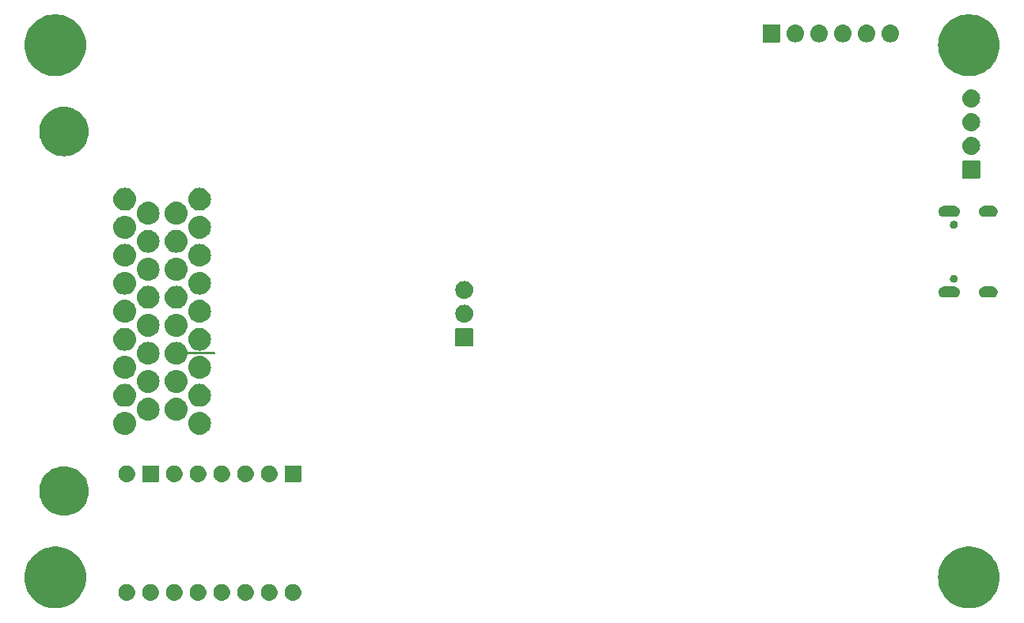
<source format=gbr>
%TF.GenerationSoftware,KiCad,Pcbnew,8.0.6*%
%TF.CreationDate,2025-01-10T15:23:22+07:00*%
%TF.ProjectId,NO2C,4e4f3243-2e6b-4696-9361-645f70636258,vD1*%
%TF.SameCoordinates,Original*%
%TF.FileFunction,Soldermask,Bot*%
%TF.FilePolarity,Negative*%
%FSLAX46Y46*%
G04 Gerber Fmt 4.6, Leading zero omitted, Abs format (unit mm)*
G04 Created by KiCad (PCBNEW 8.0.6) date 2025-01-10 15:23:22*
%MOMM*%
%LPD*%
G01*
G04 APERTURE LIST*
G04 APERTURE END LIST*
G36*
X4034139Y6758106D02*
G01*
X4383272Y6681257D01*
X4722048Y6567110D01*
X5046497Y6417003D01*
X5352815Y6232698D01*
X5637411Y6016354D01*
X5896947Y5770509D01*
X6128381Y5498043D01*
X6329000Y5202153D01*
X6496451Y4886306D01*
X6628772Y4554206D01*
X6724410Y4209746D01*
X6782246Y3856966D01*
X6801600Y3500000D01*
X6782246Y3143034D01*
X6724410Y2790254D01*
X6628772Y2445794D01*
X6496451Y2113694D01*
X6329000Y1797847D01*
X6128381Y1501957D01*
X5896947Y1229491D01*
X5637411Y983646D01*
X5352815Y767302D01*
X5046497Y582997D01*
X4722048Y432890D01*
X4383272Y318743D01*
X4034139Y241894D01*
X3678745Y203242D01*
X3321255Y203242D01*
X2965861Y241894D01*
X2616728Y318743D01*
X2277952Y432890D01*
X1953503Y582997D01*
X1647185Y767302D01*
X1362589Y983646D01*
X1103053Y1229491D01*
X871619Y1501957D01*
X671000Y1797847D01*
X503549Y2113694D01*
X371228Y2445794D01*
X275590Y2790254D01*
X217754Y3143034D01*
X198400Y3500000D01*
X217754Y3856966D01*
X275590Y4209746D01*
X371228Y4554206D01*
X503549Y4886306D01*
X671000Y5202153D01*
X871619Y5498043D01*
X1103053Y5770509D01*
X1362589Y6016354D01*
X1647185Y6232698D01*
X1953503Y6417003D01*
X2277952Y6567110D01*
X2616728Y6681257D01*
X2965861Y6758106D01*
X3321255Y6796758D01*
X3678745Y6796758D01*
X4034139Y6758106D01*
G37*
G36*
X101784139Y6758106D02*
G01*
X102133272Y6681257D01*
X102472048Y6567110D01*
X102796497Y6417003D01*
X103102815Y6232698D01*
X103387411Y6016354D01*
X103646947Y5770509D01*
X103878381Y5498043D01*
X104079000Y5202153D01*
X104246451Y4886306D01*
X104378772Y4554206D01*
X104474410Y4209746D01*
X104532246Y3856966D01*
X104551600Y3500000D01*
X104532246Y3143034D01*
X104474410Y2790254D01*
X104378772Y2445794D01*
X104246451Y2113694D01*
X104079000Y1797847D01*
X103878381Y1501957D01*
X103646947Y1229491D01*
X103387411Y983646D01*
X103102815Y767302D01*
X102796497Y582997D01*
X102472048Y432890D01*
X102133272Y318743D01*
X101784139Y241894D01*
X101428745Y203242D01*
X101071255Y203242D01*
X100715861Y241894D01*
X100366728Y318743D01*
X100027952Y432890D01*
X99703503Y582997D01*
X99397185Y767302D01*
X99112589Y983646D01*
X98853053Y1229491D01*
X98621619Y1501957D01*
X98421000Y1797847D01*
X98253549Y2113694D01*
X98121228Y2445794D01*
X98025590Y2790254D01*
X97967754Y3143034D01*
X97948400Y3500000D01*
X97967754Y3856966D01*
X98025590Y4209746D01*
X98121228Y4554206D01*
X98253549Y4886306D01*
X98421000Y5202153D01*
X98621619Y5498043D01*
X98853053Y5770509D01*
X99112589Y6016354D01*
X99397185Y6232698D01*
X99703503Y6417003D01*
X100027952Y6567110D01*
X100366728Y6681257D01*
X100715861Y6758106D01*
X101071255Y6796758D01*
X101428745Y6796758D01*
X101784139Y6758106D01*
G37*
G36*
X11197659Y2798661D02*
G01*
X11244243Y2798661D01*
X11284468Y2790111D01*
X11325842Y2786036D01*
X11377821Y2770269D01*
X11428610Y2759473D01*
X11461108Y2745004D01*
X11494934Y2734743D01*
X11548690Y2706010D01*
X11600800Y2682809D01*
X11625025Y2665208D01*
X11650765Y2651450D01*
X11703273Y2608358D01*
X11753288Y2572019D01*
X11769527Y2553983D01*
X11787353Y2539354D01*
X11835254Y2480987D01*
X11879410Y2431947D01*
X11888685Y2415881D01*
X11899449Y2402766D01*
X11939262Y2328281D01*
X11973653Y2268714D01*
X11977609Y2256538D01*
X11982742Y2246935D01*
X12011041Y2153644D01*
X12031898Y2089453D01*
X12032632Y2082468D01*
X12034035Y2077843D01*
X12047689Y1939203D01*
X12051600Y1902000D01*
X12047689Y1864795D01*
X12034035Y1726158D01*
X12032632Y1721535D01*
X12031898Y1714547D01*
X12011036Y1650343D01*
X11982742Y1557066D01*
X11977610Y1547465D01*
X11973653Y1535286D01*
X11939255Y1475708D01*
X11899449Y1401235D01*
X11888687Y1388123D01*
X11879410Y1372053D01*
X11835245Y1323004D01*
X11787353Y1264647D01*
X11769531Y1250022D01*
X11753288Y1231981D01*
X11703262Y1195636D01*
X11650765Y1152551D01*
X11625030Y1138796D01*
X11600800Y1121191D01*
X11548679Y1097986D01*
X11494934Y1069258D01*
X11461115Y1059000D01*
X11428610Y1044527D01*
X11377810Y1033730D01*
X11325842Y1017965D01*
X11284476Y1013891D01*
X11244243Y1005339D01*
X11197649Y1005339D01*
X11150000Y1000646D01*
X11102351Y1005339D01*
X11055757Y1005339D01*
X11015523Y1013891D01*
X10974157Y1017965D01*
X10922185Y1033731D01*
X10871390Y1044527D01*
X10838886Y1058999D01*
X10805065Y1069258D01*
X10751314Y1097989D01*
X10699200Y1121191D01*
X10674972Y1138794D01*
X10649234Y1152551D01*
X10596728Y1195642D01*
X10546712Y1231981D01*
X10530471Y1250018D01*
X10512646Y1264647D01*
X10464743Y1323017D01*
X10420590Y1372053D01*
X10411314Y1388119D01*
X10400550Y1401235D01*
X10360731Y1475731D01*
X10326347Y1535286D01*
X10322391Y1547461D01*
X10317257Y1557066D01*
X10288948Y1650389D01*
X10268102Y1714547D01*
X10267368Y1721530D01*
X10265964Y1726158D01*
X10252294Y1864946D01*
X10248400Y1902000D01*
X10252294Y1939052D01*
X10265964Y2077843D01*
X10267368Y2082473D01*
X10268102Y2089453D01*
X10288943Y2153598D01*
X10317257Y2246935D01*
X10322392Y2256543D01*
X10326347Y2268714D01*
X10360724Y2328257D01*
X10400550Y2402766D01*
X10411316Y2415885D01*
X10420590Y2431947D01*
X10464733Y2480974D01*
X10512646Y2539354D01*
X10530474Y2553986D01*
X10546712Y2572019D01*
X10596718Y2608351D01*
X10649234Y2651450D01*
X10674977Y2665210D01*
X10699200Y2682809D01*
X10751303Y2706007D01*
X10805065Y2734743D01*
X10838893Y2745005D01*
X10871390Y2759473D01*
X10922174Y2770268D01*
X10974157Y2786036D01*
X11015532Y2790112D01*
X11055757Y2798661D01*
X11102341Y2798661D01*
X11150000Y2803355D01*
X11197659Y2798661D01*
G37*
G36*
X13737659Y2798661D02*
G01*
X13784243Y2798661D01*
X13824468Y2790111D01*
X13865842Y2786036D01*
X13917821Y2770269D01*
X13968610Y2759473D01*
X14001108Y2745004D01*
X14034934Y2734743D01*
X14088690Y2706010D01*
X14140800Y2682809D01*
X14165025Y2665208D01*
X14190765Y2651450D01*
X14243273Y2608358D01*
X14293288Y2572019D01*
X14309527Y2553983D01*
X14327353Y2539354D01*
X14375254Y2480987D01*
X14419410Y2431947D01*
X14428685Y2415881D01*
X14439449Y2402766D01*
X14479262Y2328281D01*
X14513653Y2268714D01*
X14517609Y2256538D01*
X14522742Y2246935D01*
X14551041Y2153644D01*
X14571898Y2089453D01*
X14572632Y2082468D01*
X14574035Y2077843D01*
X14587689Y1939203D01*
X14591600Y1902000D01*
X14587689Y1864795D01*
X14574035Y1726158D01*
X14572632Y1721535D01*
X14571898Y1714547D01*
X14551036Y1650343D01*
X14522742Y1557066D01*
X14517610Y1547465D01*
X14513653Y1535286D01*
X14479255Y1475708D01*
X14439449Y1401235D01*
X14428687Y1388123D01*
X14419410Y1372053D01*
X14375245Y1323004D01*
X14327353Y1264647D01*
X14309531Y1250022D01*
X14293288Y1231981D01*
X14243262Y1195636D01*
X14190765Y1152551D01*
X14165030Y1138796D01*
X14140800Y1121191D01*
X14088679Y1097986D01*
X14034934Y1069258D01*
X14001115Y1059000D01*
X13968610Y1044527D01*
X13917810Y1033730D01*
X13865842Y1017965D01*
X13824476Y1013891D01*
X13784243Y1005339D01*
X13737649Y1005339D01*
X13690000Y1000646D01*
X13642351Y1005339D01*
X13595757Y1005339D01*
X13555523Y1013891D01*
X13514157Y1017965D01*
X13462185Y1033731D01*
X13411390Y1044527D01*
X13378886Y1058999D01*
X13345065Y1069258D01*
X13291314Y1097989D01*
X13239200Y1121191D01*
X13214972Y1138794D01*
X13189234Y1152551D01*
X13136728Y1195642D01*
X13086712Y1231981D01*
X13070471Y1250018D01*
X13052646Y1264647D01*
X13004743Y1323017D01*
X12960590Y1372053D01*
X12951314Y1388119D01*
X12940550Y1401235D01*
X12900731Y1475731D01*
X12866347Y1535286D01*
X12862391Y1547461D01*
X12857257Y1557066D01*
X12828948Y1650389D01*
X12808102Y1714547D01*
X12807368Y1721530D01*
X12805964Y1726158D01*
X12792294Y1864946D01*
X12788400Y1902000D01*
X12792294Y1939052D01*
X12805964Y2077843D01*
X12807368Y2082473D01*
X12808102Y2089453D01*
X12828943Y2153598D01*
X12857257Y2246935D01*
X12862392Y2256543D01*
X12866347Y2268714D01*
X12900724Y2328257D01*
X12940550Y2402766D01*
X12951316Y2415885D01*
X12960590Y2431947D01*
X13004733Y2480974D01*
X13052646Y2539354D01*
X13070474Y2553986D01*
X13086712Y2572019D01*
X13136718Y2608351D01*
X13189234Y2651450D01*
X13214977Y2665210D01*
X13239200Y2682809D01*
X13291303Y2706007D01*
X13345065Y2734743D01*
X13378893Y2745005D01*
X13411390Y2759473D01*
X13462174Y2770268D01*
X13514157Y2786036D01*
X13555532Y2790112D01*
X13595757Y2798661D01*
X13642341Y2798661D01*
X13690000Y2803355D01*
X13737659Y2798661D01*
G37*
G36*
X16277659Y2798661D02*
G01*
X16324243Y2798661D01*
X16364468Y2790111D01*
X16405842Y2786036D01*
X16457821Y2770269D01*
X16508610Y2759473D01*
X16541108Y2745004D01*
X16574934Y2734743D01*
X16628690Y2706010D01*
X16680800Y2682809D01*
X16705025Y2665208D01*
X16730765Y2651450D01*
X16783273Y2608358D01*
X16833288Y2572019D01*
X16849527Y2553983D01*
X16867353Y2539354D01*
X16915254Y2480987D01*
X16959410Y2431947D01*
X16968685Y2415881D01*
X16979449Y2402766D01*
X17019262Y2328281D01*
X17053653Y2268714D01*
X17057609Y2256538D01*
X17062742Y2246935D01*
X17091041Y2153644D01*
X17111898Y2089453D01*
X17112632Y2082468D01*
X17114035Y2077843D01*
X17127689Y1939203D01*
X17131600Y1902000D01*
X17127689Y1864795D01*
X17114035Y1726158D01*
X17112632Y1721535D01*
X17111898Y1714547D01*
X17091036Y1650343D01*
X17062742Y1557066D01*
X17057610Y1547465D01*
X17053653Y1535286D01*
X17019255Y1475708D01*
X16979449Y1401235D01*
X16968687Y1388123D01*
X16959410Y1372053D01*
X16915245Y1323004D01*
X16867353Y1264647D01*
X16849531Y1250022D01*
X16833288Y1231981D01*
X16783262Y1195636D01*
X16730765Y1152551D01*
X16705030Y1138796D01*
X16680800Y1121191D01*
X16628679Y1097986D01*
X16574934Y1069258D01*
X16541115Y1059000D01*
X16508610Y1044527D01*
X16457810Y1033730D01*
X16405842Y1017965D01*
X16364476Y1013891D01*
X16324243Y1005339D01*
X16277649Y1005339D01*
X16230000Y1000646D01*
X16182351Y1005339D01*
X16135757Y1005339D01*
X16095523Y1013891D01*
X16054157Y1017965D01*
X16002185Y1033731D01*
X15951390Y1044527D01*
X15918886Y1058999D01*
X15885065Y1069258D01*
X15831314Y1097989D01*
X15779200Y1121191D01*
X15754972Y1138794D01*
X15729234Y1152551D01*
X15676728Y1195642D01*
X15626712Y1231981D01*
X15610471Y1250018D01*
X15592646Y1264647D01*
X15544743Y1323017D01*
X15500590Y1372053D01*
X15491314Y1388119D01*
X15480550Y1401235D01*
X15440731Y1475731D01*
X15406347Y1535286D01*
X15402391Y1547461D01*
X15397257Y1557066D01*
X15368948Y1650389D01*
X15348102Y1714547D01*
X15347368Y1721530D01*
X15345964Y1726158D01*
X15332294Y1864946D01*
X15328400Y1902000D01*
X15332294Y1939052D01*
X15345964Y2077843D01*
X15347368Y2082473D01*
X15348102Y2089453D01*
X15368943Y2153598D01*
X15397257Y2246935D01*
X15402392Y2256543D01*
X15406347Y2268714D01*
X15440724Y2328257D01*
X15480550Y2402766D01*
X15491316Y2415885D01*
X15500590Y2431947D01*
X15544733Y2480974D01*
X15592646Y2539354D01*
X15610474Y2553986D01*
X15626712Y2572019D01*
X15676718Y2608351D01*
X15729234Y2651450D01*
X15754977Y2665210D01*
X15779200Y2682809D01*
X15831303Y2706007D01*
X15885065Y2734743D01*
X15918893Y2745005D01*
X15951390Y2759473D01*
X16002174Y2770268D01*
X16054157Y2786036D01*
X16095532Y2790112D01*
X16135757Y2798661D01*
X16182341Y2798661D01*
X16230000Y2803355D01*
X16277659Y2798661D01*
G37*
G36*
X18817659Y2798661D02*
G01*
X18864243Y2798661D01*
X18904468Y2790111D01*
X18945842Y2786036D01*
X18997821Y2770269D01*
X19048610Y2759473D01*
X19081108Y2745004D01*
X19114934Y2734743D01*
X19168690Y2706010D01*
X19220800Y2682809D01*
X19245025Y2665208D01*
X19270765Y2651450D01*
X19323273Y2608358D01*
X19373288Y2572019D01*
X19389527Y2553983D01*
X19407353Y2539354D01*
X19455254Y2480987D01*
X19499410Y2431947D01*
X19508685Y2415881D01*
X19519449Y2402766D01*
X19559262Y2328281D01*
X19593653Y2268714D01*
X19597609Y2256538D01*
X19602742Y2246935D01*
X19631041Y2153644D01*
X19651898Y2089453D01*
X19652632Y2082468D01*
X19654035Y2077843D01*
X19667689Y1939203D01*
X19671600Y1902000D01*
X19667689Y1864795D01*
X19654035Y1726158D01*
X19652632Y1721535D01*
X19651898Y1714547D01*
X19631036Y1650343D01*
X19602742Y1557066D01*
X19597610Y1547465D01*
X19593653Y1535286D01*
X19559255Y1475708D01*
X19519449Y1401235D01*
X19508687Y1388123D01*
X19499410Y1372053D01*
X19455245Y1323004D01*
X19407353Y1264647D01*
X19389531Y1250022D01*
X19373288Y1231981D01*
X19323262Y1195636D01*
X19270765Y1152551D01*
X19245030Y1138796D01*
X19220800Y1121191D01*
X19168679Y1097986D01*
X19114934Y1069258D01*
X19081115Y1059000D01*
X19048610Y1044527D01*
X18997810Y1033730D01*
X18945842Y1017965D01*
X18904476Y1013891D01*
X18864243Y1005339D01*
X18817649Y1005339D01*
X18770000Y1000646D01*
X18722351Y1005339D01*
X18675757Y1005339D01*
X18635523Y1013891D01*
X18594157Y1017965D01*
X18542185Y1033731D01*
X18491390Y1044527D01*
X18458886Y1058999D01*
X18425065Y1069258D01*
X18371314Y1097989D01*
X18319200Y1121191D01*
X18294972Y1138794D01*
X18269234Y1152551D01*
X18216728Y1195642D01*
X18166712Y1231981D01*
X18150471Y1250018D01*
X18132646Y1264647D01*
X18084743Y1323017D01*
X18040590Y1372053D01*
X18031314Y1388119D01*
X18020550Y1401235D01*
X17980731Y1475731D01*
X17946347Y1535286D01*
X17942391Y1547461D01*
X17937257Y1557066D01*
X17908948Y1650389D01*
X17888102Y1714547D01*
X17887368Y1721530D01*
X17885964Y1726158D01*
X17872294Y1864946D01*
X17868400Y1902000D01*
X17872294Y1939052D01*
X17885964Y2077843D01*
X17887368Y2082473D01*
X17888102Y2089453D01*
X17908943Y2153598D01*
X17937257Y2246935D01*
X17942392Y2256543D01*
X17946347Y2268714D01*
X17980724Y2328257D01*
X18020550Y2402766D01*
X18031316Y2415885D01*
X18040590Y2431947D01*
X18084733Y2480974D01*
X18132646Y2539354D01*
X18150474Y2553986D01*
X18166712Y2572019D01*
X18216718Y2608351D01*
X18269234Y2651450D01*
X18294977Y2665210D01*
X18319200Y2682809D01*
X18371303Y2706007D01*
X18425065Y2734743D01*
X18458893Y2745005D01*
X18491390Y2759473D01*
X18542174Y2770268D01*
X18594157Y2786036D01*
X18635532Y2790112D01*
X18675757Y2798661D01*
X18722341Y2798661D01*
X18770000Y2803355D01*
X18817659Y2798661D01*
G37*
G36*
X21357659Y2798661D02*
G01*
X21404243Y2798661D01*
X21444468Y2790111D01*
X21485842Y2786036D01*
X21537821Y2770269D01*
X21588610Y2759473D01*
X21621108Y2745004D01*
X21654934Y2734743D01*
X21708690Y2706010D01*
X21760800Y2682809D01*
X21785025Y2665208D01*
X21810765Y2651450D01*
X21863273Y2608358D01*
X21913288Y2572019D01*
X21929527Y2553983D01*
X21947353Y2539354D01*
X21995254Y2480987D01*
X22039410Y2431947D01*
X22048685Y2415881D01*
X22059449Y2402766D01*
X22099262Y2328281D01*
X22133653Y2268714D01*
X22137609Y2256538D01*
X22142742Y2246935D01*
X22171041Y2153644D01*
X22191898Y2089453D01*
X22192632Y2082468D01*
X22194035Y2077843D01*
X22207689Y1939203D01*
X22211600Y1902000D01*
X22207689Y1864795D01*
X22194035Y1726158D01*
X22192632Y1721535D01*
X22191898Y1714547D01*
X22171036Y1650343D01*
X22142742Y1557066D01*
X22137610Y1547465D01*
X22133653Y1535286D01*
X22099255Y1475708D01*
X22059449Y1401235D01*
X22048687Y1388123D01*
X22039410Y1372053D01*
X21995245Y1323004D01*
X21947353Y1264647D01*
X21929531Y1250022D01*
X21913288Y1231981D01*
X21863262Y1195636D01*
X21810765Y1152551D01*
X21785030Y1138796D01*
X21760800Y1121191D01*
X21708679Y1097986D01*
X21654934Y1069258D01*
X21621115Y1059000D01*
X21588610Y1044527D01*
X21537810Y1033730D01*
X21485842Y1017965D01*
X21444476Y1013891D01*
X21404243Y1005339D01*
X21357649Y1005339D01*
X21310000Y1000646D01*
X21262351Y1005339D01*
X21215757Y1005339D01*
X21175523Y1013891D01*
X21134157Y1017965D01*
X21082185Y1033731D01*
X21031390Y1044527D01*
X20998886Y1058999D01*
X20965065Y1069258D01*
X20911314Y1097989D01*
X20859200Y1121191D01*
X20834972Y1138794D01*
X20809234Y1152551D01*
X20756728Y1195642D01*
X20706712Y1231981D01*
X20690471Y1250018D01*
X20672646Y1264647D01*
X20624743Y1323017D01*
X20580590Y1372053D01*
X20571314Y1388119D01*
X20560550Y1401235D01*
X20520731Y1475731D01*
X20486347Y1535286D01*
X20482391Y1547461D01*
X20477257Y1557066D01*
X20448948Y1650389D01*
X20428102Y1714547D01*
X20427368Y1721530D01*
X20425964Y1726158D01*
X20412294Y1864946D01*
X20408400Y1902000D01*
X20412294Y1939052D01*
X20425964Y2077843D01*
X20427368Y2082473D01*
X20428102Y2089453D01*
X20448943Y2153598D01*
X20477257Y2246935D01*
X20482392Y2256543D01*
X20486347Y2268714D01*
X20520724Y2328257D01*
X20560550Y2402766D01*
X20571316Y2415885D01*
X20580590Y2431947D01*
X20624733Y2480974D01*
X20672646Y2539354D01*
X20690474Y2553986D01*
X20706712Y2572019D01*
X20756718Y2608351D01*
X20809234Y2651450D01*
X20834977Y2665210D01*
X20859200Y2682809D01*
X20911303Y2706007D01*
X20965065Y2734743D01*
X20998893Y2745005D01*
X21031390Y2759473D01*
X21082174Y2770268D01*
X21134157Y2786036D01*
X21175532Y2790112D01*
X21215757Y2798661D01*
X21262341Y2798661D01*
X21310000Y2803355D01*
X21357659Y2798661D01*
G37*
G36*
X23897659Y2798661D02*
G01*
X23944243Y2798661D01*
X23984468Y2790111D01*
X24025842Y2786036D01*
X24077821Y2770269D01*
X24128610Y2759473D01*
X24161108Y2745004D01*
X24194934Y2734743D01*
X24248690Y2706010D01*
X24300800Y2682809D01*
X24325025Y2665208D01*
X24350765Y2651450D01*
X24403273Y2608358D01*
X24453288Y2572019D01*
X24469527Y2553983D01*
X24487353Y2539354D01*
X24535254Y2480987D01*
X24579410Y2431947D01*
X24588685Y2415881D01*
X24599449Y2402766D01*
X24639262Y2328281D01*
X24673653Y2268714D01*
X24677609Y2256538D01*
X24682742Y2246935D01*
X24711041Y2153644D01*
X24731898Y2089453D01*
X24732632Y2082468D01*
X24734035Y2077843D01*
X24747689Y1939203D01*
X24751600Y1902000D01*
X24747689Y1864795D01*
X24734035Y1726158D01*
X24732632Y1721535D01*
X24731898Y1714547D01*
X24711036Y1650343D01*
X24682742Y1557066D01*
X24677610Y1547465D01*
X24673653Y1535286D01*
X24639255Y1475708D01*
X24599449Y1401235D01*
X24588687Y1388123D01*
X24579410Y1372053D01*
X24535245Y1323004D01*
X24487353Y1264647D01*
X24469531Y1250022D01*
X24453288Y1231981D01*
X24403262Y1195636D01*
X24350765Y1152551D01*
X24325030Y1138796D01*
X24300800Y1121191D01*
X24248679Y1097986D01*
X24194934Y1069258D01*
X24161115Y1059000D01*
X24128610Y1044527D01*
X24077810Y1033730D01*
X24025842Y1017965D01*
X23984476Y1013891D01*
X23944243Y1005339D01*
X23897649Y1005339D01*
X23850000Y1000646D01*
X23802351Y1005339D01*
X23755757Y1005339D01*
X23715523Y1013891D01*
X23674157Y1017965D01*
X23622185Y1033731D01*
X23571390Y1044527D01*
X23538886Y1058999D01*
X23505065Y1069258D01*
X23451314Y1097989D01*
X23399200Y1121191D01*
X23374972Y1138794D01*
X23349234Y1152551D01*
X23296728Y1195642D01*
X23246712Y1231981D01*
X23230471Y1250018D01*
X23212646Y1264647D01*
X23164743Y1323017D01*
X23120590Y1372053D01*
X23111314Y1388119D01*
X23100550Y1401235D01*
X23060731Y1475731D01*
X23026347Y1535286D01*
X23022391Y1547461D01*
X23017257Y1557066D01*
X22988948Y1650389D01*
X22968102Y1714547D01*
X22967368Y1721530D01*
X22965964Y1726158D01*
X22952294Y1864946D01*
X22948400Y1902000D01*
X22952294Y1939052D01*
X22965964Y2077843D01*
X22967368Y2082473D01*
X22968102Y2089453D01*
X22988943Y2153598D01*
X23017257Y2246935D01*
X23022392Y2256543D01*
X23026347Y2268714D01*
X23060724Y2328257D01*
X23100550Y2402766D01*
X23111316Y2415885D01*
X23120590Y2431947D01*
X23164733Y2480974D01*
X23212646Y2539354D01*
X23230474Y2553986D01*
X23246712Y2572019D01*
X23296718Y2608351D01*
X23349234Y2651450D01*
X23374977Y2665210D01*
X23399200Y2682809D01*
X23451303Y2706007D01*
X23505065Y2734743D01*
X23538893Y2745005D01*
X23571390Y2759473D01*
X23622174Y2770268D01*
X23674157Y2786036D01*
X23715532Y2790112D01*
X23755757Y2798661D01*
X23802341Y2798661D01*
X23850000Y2803355D01*
X23897659Y2798661D01*
G37*
G36*
X26437659Y2798661D02*
G01*
X26484243Y2798661D01*
X26524468Y2790111D01*
X26565842Y2786036D01*
X26617821Y2770269D01*
X26668610Y2759473D01*
X26701108Y2745004D01*
X26734934Y2734743D01*
X26788690Y2706010D01*
X26840800Y2682809D01*
X26865025Y2665208D01*
X26890765Y2651450D01*
X26943273Y2608358D01*
X26993288Y2572019D01*
X27009527Y2553983D01*
X27027353Y2539354D01*
X27075254Y2480987D01*
X27119410Y2431947D01*
X27128685Y2415881D01*
X27139449Y2402766D01*
X27179262Y2328281D01*
X27213653Y2268714D01*
X27217609Y2256538D01*
X27222742Y2246935D01*
X27251041Y2153644D01*
X27271898Y2089453D01*
X27272632Y2082468D01*
X27274035Y2077843D01*
X27287689Y1939203D01*
X27291600Y1902000D01*
X27287689Y1864795D01*
X27274035Y1726158D01*
X27272632Y1721535D01*
X27271898Y1714547D01*
X27251036Y1650343D01*
X27222742Y1557066D01*
X27217610Y1547465D01*
X27213653Y1535286D01*
X27179255Y1475708D01*
X27139449Y1401235D01*
X27128687Y1388123D01*
X27119410Y1372053D01*
X27075245Y1323004D01*
X27027353Y1264647D01*
X27009531Y1250022D01*
X26993288Y1231981D01*
X26943262Y1195636D01*
X26890765Y1152551D01*
X26865030Y1138796D01*
X26840800Y1121191D01*
X26788679Y1097986D01*
X26734934Y1069258D01*
X26701115Y1059000D01*
X26668610Y1044527D01*
X26617810Y1033730D01*
X26565842Y1017965D01*
X26524476Y1013891D01*
X26484243Y1005339D01*
X26437649Y1005339D01*
X26390000Y1000646D01*
X26342351Y1005339D01*
X26295757Y1005339D01*
X26255523Y1013891D01*
X26214157Y1017965D01*
X26162185Y1033731D01*
X26111390Y1044527D01*
X26078886Y1058999D01*
X26045065Y1069258D01*
X25991314Y1097989D01*
X25939200Y1121191D01*
X25914972Y1138794D01*
X25889234Y1152551D01*
X25836728Y1195642D01*
X25786712Y1231981D01*
X25770471Y1250018D01*
X25752646Y1264647D01*
X25704743Y1323017D01*
X25660590Y1372053D01*
X25651314Y1388119D01*
X25640550Y1401235D01*
X25600731Y1475731D01*
X25566347Y1535286D01*
X25562391Y1547461D01*
X25557257Y1557066D01*
X25528948Y1650389D01*
X25508102Y1714547D01*
X25507368Y1721530D01*
X25505964Y1726158D01*
X25492294Y1864946D01*
X25488400Y1902000D01*
X25492294Y1939052D01*
X25505964Y2077843D01*
X25507368Y2082473D01*
X25508102Y2089453D01*
X25528943Y2153598D01*
X25557257Y2246935D01*
X25562392Y2256543D01*
X25566347Y2268714D01*
X25600724Y2328257D01*
X25640550Y2402766D01*
X25651316Y2415885D01*
X25660590Y2431947D01*
X25704733Y2480974D01*
X25752646Y2539354D01*
X25770474Y2553986D01*
X25786712Y2572019D01*
X25836718Y2608351D01*
X25889234Y2651450D01*
X25914977Y2665210D01*
X25939200Y2682809D01*
X25991303Y2706007D01*
X26045065Y2734743D01*
X26078893Y2745005D01*
X26111390Y2759473D01*
X26162174Y2770268D01*
X26214157Y2786036D01*
X26255532Y2790112D01*
X26295757Y2798661D01*
X26342341Y2798661D01*
X26390000Y2803355D01*
X26437659Y2798661D01*
G37*
G36*
X28977659Y2798661D02*
G01*
X29024243Y2798661D01*
X29064468Y2790111D01*
X29105842Y2786036D01*
X29157821Y2770269D01*
X29208610Y2759473D01*
X29241108Y2745004D01*
X29274934Y2734743D01*
X29328690Y2706010D01*
X29380800Y2682809D01*
X29405025Y2665208D01*
X29430765Y2651450D01*
X29483273Y2608358D01*
X29533288Y2572019D01*
X29549527Y2553983D01*
X29567353Y2539354D01*
X29615254Y2480987D01*
X29659410Y2431947D01*
X29668685Y2415881D01*
X29679449Y2402766D01*
X29719262Y2328281D01*
X29753653Y2268714D01*
X29757609Y2256538D01*
X29762742Y2246935D01*
X29791041Y2153644D01*
X29811898Y2089453D01*
X29812632Y2082468D01*
X29814035Y2077843D01*
X29827689Y1939203D01*
X29831600Y1902000D01*
X29827689Y1864795D01*
X29814035Y1726158D01*
X29812632Y1721535D01*
X29811898Y1714547D01*
X29791036Y1650343D01*
X29762742Y1557066D01*
X29757610Y1547465D01*
X29753653Y1535286D01*
X29719255Y1475708D01*
X29679449Y1401235D01*
X29668687Y1388123D01*
X29659410Y1372053D01*
X29615245Y1323004D01*
X29567353Y1264647D01*
X29549531Y1250022D01*
X29533288Y1231981D01*
X29483262Y1195636D01*
X29430765Y1152551D01*
X29405030Y1138796D01*
X29380800Y1121191D01*
X29328679Y1097986D01*
X29274934Y1069258D01*
X29241115Y1059000D01*
X29208610Y1044527D01*
X29157810Y1033730D01*
X29105842Y1017965D01*
X29064476Y1013891D01*
X29024243Y1005339D01*
X28977649Y1005339D01*
X28930000Y1000646D01*
X28882351Y1005339D01*
X28835757Y1005339D01*
X28795523Y1013891D01*
X28754157Y1017965D01*
X28702185Y1033731D01*
X28651390Y1044527D01*
X28618886Y1058999D01*
X28585065Y1069258D01*
X28531314Y1097989D01*
X28479200Y1121191D01*
X28454972Y1138794D01*
X28429234Y1152551D01*
X28376728Y1195642D01*
X28326712Y1231981D01*
X28310471Y1250018D01*
X28292646Y1264647D01*
X28244743Y1323017D01*
X28200590Y1372053D01*
X28191314Y1388119D01*
X28180550Y1401235D01*
X28140731Y1475731D01*
X28106347Y1535286D01*
X28102391Y1547461D01*
X28097257Y1557066D01*
X28068948Y1650389D01*
X28048102Y1714547D01*
X28047368Y1721530D01*
X28045964Y1726158D01*
X28032294Y1864946D01*
X28028400Y1902000D01*
X28032294Y1939052D01*
X28045964Y2077843D01*
X28047368Y2082473D01*
X28048102Y2089453D01*
X28068943Y2153598D01*
X28097257Y2246935D01*
X28102392Y2256543D01*
X28106347Y2268714D01*
X28140724Y2328257D01*
X28180550Y2402766D01*
X28191316Y2415885D01*
X28200590Y2431947D01*
X28244733Y2480974D01*
X28292646Y2539354D01*
X28310474Y2553986D01*
X28326712Y2572019D01*
X28376718Y2608351D01*
X28429234Y2651450D01*
X28454977Y2665210D01*
X28479200Y2682809D01*
X28531303Y2706007D01*
X28585065Y2734743D01*
X28618893Y2745005D01*
X28651390Y2759473D01*
X28702174Y2770268D01*
X28754157Y2786036D01*
X28795532Y2790112D01*
X28835757Y2798661D01*
X28882341Y2798661D01*
X28930000Y2803355D01*
X28977659Y2798661D01*
G37*
G36*
X4757115Y15382267D02*
G01*
X5072069Y15324549D01*
X5377770Y15229289D01*
X5669760Y15097875D01*
X5943780Y14932224D01*
X6195836Y14734751D01*
X6422251Y14508336D01*
X6619724Y14256280D01*
X6785375Y13982260D01*
X6916789Y13690270D01*
X7012049Y13384569D01*
X7069767Y13069615D01*
X7089100Y12750000D01*
X7069767Y12430385D01*
X7012049Y12115431D01*
X6916789Y11809730D01*
X6785375Y11517740D01*
X6619724Y11243720D01*
X6422251Y10991664D01*
X6195836Y10765249D01*
X5943780Y10567776D01*
X5669760Y10402125D01*
X5377770Y10270711D01*
X5072069Y10175451D01*
X4757115Y10117733D01*
X4437500Y10098400D01*
X4117885Y10117733D01*
X3802931Y10175451D01*
X3497230Y10270711D01*
X3205240Y10402125D01*
X2931220Y10567776D01*
X2679164Y10765249D01*
X2452749Y10991664D01*
X2255276Y11243720D01*
X2089625Y11517740D01*
X1958211Y11809730D01*
X1862951Y12115431D01*
X1805233Y12430385D01*
X1785900Y12750000D01*
X1805233Y13069615D01*
X1862951Y13384569D01*
X1958211Y13690270D01*
X2089625Y13982260D01*
X2255276Y14256280D01*
X2452749Y14508336D01*
X2679164Y14734751D01*
X2931220Y14932224D01*
X3205240Y15097875D01*
X3497230Y15229289D01*
X3802931Y15324549D01*
X4117885Y15382267D01*
X4437500Y15401600D01*
X4757115Y15382267D01*
G37*
G36*
X14528881Y15495866D02*
G01*
X14561842Y15473842D01*
X14583866Y15440881D01*
X14591600Y15402000D01*
X14591600Y13802000D01*
X14583866Y13763119D01*
X14561842Y13730158D01*
X14528881Y13708134D01*
X14490000Y13700400D01*
X12890000Y13700400D01*
X12851119Y13708134D01*
X12818158Y13730158D01*
X12796134Y13763119D01*
X12788400Y13802000D01*
X12788400Y15402000D01*
X12796134Y15440881D01*
X12818158Y15473842D01*
X12851119Y15495866D01*
X12890000Y15503600D01*
X14490000Y15503600D01*
X14528881Y15495866D01*
G37*
G36*
X29768881Y15495866D02*
G01*
X29801842Y15473842D01*
X29823866Y15440881D01*
X29831600Y15402000D01*
X29831600Y13802000D01*
X29823866Y13763119D01*
X29801842Y13730158D01*
X29768881Y13708134D01*
X29730000Y13700400D01*
X28130000Y13700400D01*
X28091119Y13708134D01*
X28058158Y13730158D01*
X28036134Y13763119D01*
X28028400Y13802000D01*
X28028400Y15402000D01*
X28036134Y15440881D01*
X28058158Y15473842D01*
X28091119Y15495866D01*
X28130000Y15503600D01*
X29730000Y15503600D01*
X29768881Y15495866D01*
G37*
G36*
X11197659Y15498661D02*
G01*
X11244243Y15498661D01*
X11284468Y15490111D01*
X11325842Y15486036D01*
X11377821Y15470269D01*
X11428610Y15459473D01*
X11461108Y15445004D01*
X11494934Y15434743D01*
X11548690Y15406010D01*
X11600800Y15382809D01*
X11625025Y15365208D01*
X11650765Y15351450D01*
X11703273Y15308358D01*
X11753288Y15272019D01*
X11769527Y15253983D01*
X11787353Y15239354D01*
X11835254Y15180987D01*
X11879410Y15131947D01*
X11888685Y15115881D01*
X11899449Y15102766D01*
X11939262Y15028281D01*
X11973653Y14968714D01*
X11977609Y14956538D01*
X11982742Y14946935D01*
X12011041Y14853644D01*
X12031898Y14789453D01*
X12032632Y14782468D01*
X12034035Y14777843D01*
X12047689Y14639203D01*
X12051600Y14602000D01*
X12047689Y14564795D01*
X12034035Y14426158D01*
X12032632Y14421535D01*
X12031898Y14414547D01*
X12011036Y14350343D01*
X11982742Y14257066D01*
X11977610Y14247465D01*
X11973653Y14235286D01*
X11939255Y14175708D01*
X11899449Y14101235D01*
X11888687Y14088123D01*
X11879410Y14072053D01*
X11835245Y14023004D01*
X11787353Y13964647D01*
X11769531Y13950022D01*
X11753288Y13931981D01*
X11703262Y13895636D01*
X11650765Y13852551D01*
X11625030Y13838796D01*
X11600800Y13821191D01*
X11548679Y13797986D01*
X11494934Y13769258D01*
X11461115Y13759000D01*
X11428610Y13744527D01*
X11377810Y13733730D01*
X11325842Y13717965D01*
X11284476Y13713891D01*
X11244243Y13705339D01*
X11197649Y13705339D01*
X11150000Y13700646D01*
X11102351Y13705339D01*
X11055757Y13705339D01*
X11015523Y13713891D01*
X10974157Y13717965D01*
X10922185Y13733731D01*
X10871390Y13744527D01*
X10838886Y13758999D01*
X10805065Y13769258D01*
X10751314Y13797989D01*
X10699200Y13821191D01*
X10674972Y13838794D01*
X10649234Y13852551D01*
X10596728Y13895642D01*
X10546712Y13931981D01*
X10530471Y13950018D01*
X10512646Y13964647D01*
X10464743Y14023017D01*
X10420590Y14072053D01*
X10411314Y14088119D01*
X10400550Y14101235D01*
X10360731Y14175731D01*
X10326347Y14235286D01*
X10322391Y14247461D01*
X10317257Y14257066D01*
X10288948Y14350389D01*
X10268102Y14414547D01*
X10267368Y14421530D01*
X10265964Y14426158D01*
X10252294Y14564946D01*
X10248400Y14602000D01*
X10252294Y14639052D01*
X10265964Y14777843D01*
X10267368Y14782473D01*
X10268102Y14789453D01*
X10288943Y14853598D01*
X10317257Y14946935D01*
X10322392Y14956543D01*
X10326347Y14968714D01*
X10360724Y15028257D01*
X10400550Y15102766D01*
X10411316Y15115885D01*
X10420590Y15131947D01*
X10464733Y15180974D01*
X10512646Y15239354D01*
X10530474Y15253986D01*
X10546712Y15272019D01*
X10596718Y15308351D01*
X10649234Y15351450D01*
X10674977Y15365210D01*
X10699200Y15382809D01*
X10751303Y15406007D01*
X10805065Y15434743D01*
X10838893Y15445005D01*
X10871390Y15459473D01*
X10922174Y15470268D01*
X10974157Y15486036D01*
X11015532Y15490112D01*
X11055757Y15498661D01*
X11102341Y15498661D01*
X11150000Y15503355D01*
X11197659Y15498661D01*
G37*
G36*
X16277659Y15498661D02*
G01*
X16324243Y15498661D01*
X16364468Y15490111D01*
X16405842Y15486036D01*
X16457821Y15470269D01*
X16508610Y15459473D01*
X16541108Y15445004D01*
X16574934Y15434743D01*
X16628690Y15406010D01*
X16680800Y15382809D01*
X16705025Y15365208D01*
X16730765Y15351450D01*
X16783273Y15308358D01*
X16833288Y15272019D01*
X16849527Y15253983D01*
X16867353Y15239354D01*
X16915254Y15180987D01*
X16959410Y15131947D01*
X16968685Y15115881D01*
X16979449Y15102766D01*
X17019262Y15028281D01*
X17053653Y14968714D01*
X17057609Y14956538D01*
X17062742Y14946935D01*
X17091041Y14853644D01*
X17111898Y14789453D01*
X17112632Y14782468D01*
X17114035Y14777843D01*
X17127689Y14639203D01*
X17131600Y14602000D01*
X17127689Y14564795D01*
X17114035Y14426158D01*
X17112632Y14421535D01*
X17111898Y14414547D01*
X17091036Y14350343D01*
X17062742Y14257066D01*
X17057610Y14247465D01*
X17053653Y14235286D01*
X17019255Y14175708D01*
X16979449Y14101235D01*
X16968687Y14088123D01*
X16959410Y14072053D01*
X16915245Y14023004D01*
X16867353Y13964647D01*
X16849531Y13950022D01*
X16833288Y13931981D01*
X16783262Y13895636D01*
X16730765Y13852551D01*
X16705030Y13838796D01*
X16680800Y13821191D01*
X16628679Y13797986D01*
X16574934Y13769258D01*
X16541115Y13759000D01*
X16508610Y13744527D01*
X16457810Y13733730D01*
X16405842Y13717965D01*
X16364476Y13713891D01*
X16324243Y13705339D01*
X16277649Y13705339D01*
X16230000Y13700646D01*
X16182351Y13705339D01*
X16135757Y13705339D01*
X16095523Y13713891D01*
X16054157Y13717965D01*
X16002185Y13733731D01*
X15951390Y13744527D01*
X15918886Y13758999D01*
X15885065Y13769258D01*
X15831314Y13797989D01*
X15779200Y13821191D01*
X15754972Y13838794D01*
X15729234Y13852551D01*
X15676728Y13895642D01*
X15626712Y13931981D01*
X15610471Y13950018D01*
X15592646Y13964647D01*
X15544743Y14023017D01*
X15500590Y14072053D01*
X15491314Y14088119D01*
X15480550Y14101235D01*
X15440731Y14175731D01*
X15406347Y14235286D01*
X15402391Y14247461D01*
X15397257Y14257066D01*
X15368948Y14350389D01*
X15348102Y14414547D01*
X15347368Y14421530D01*
X15345964Y14426158D01*
X15332294Y14564946D01*
X15328400Y14602000D01*
X15332294Y14639052D01*
X15345964Y14777843D01*
X15347368Y14782473D01*
X15348102Y14789453D01*
X15368943Y14853598D01*
X15397257Y14946935D01*
X15402392Y14956543D01*
X15406347Y14968714D01*
X15440724Y15028257D01*
X15480550Y15102766D01*
X15491316Y15115885D01*
X15500590Y15131947D01*
X15544733Y15180974D01*
X15592646Y15239354D01*
X15610474Y15253986D01*
X15626712Y15272019D01*
X15676718Y15308351D01*
X15729234Y15351450D01*
X15754977Y15365210D01*
X15779200Y15382809D01*
X15831303Y15406007D01*
X15885065Y15434743D01*
X15918893Y15445005D01*
X15951390Y15459473D01*
X16002174Y15470268D01*
X16054157Y15486036D01*
X16095532Y15490112D01*
X16135757Y15498661D01*
X16182341Y15498661D01*
X16230000Y15503355D01*
X16277659Y15498661D01*
G37*
G36*
X18817659Y15498661D02*
G01*
X18864243Y15498661D01*
X18904468Y15490111D01*
X18945842Y15486036D01*
X18997821Y15470269D01*
X19048610Y15459473D01*
X19081108Y15445004D01*
X19114934Y15434743D01*
X19168690Y15406010D01*
X19220800Y15382809D01*
X19245025Y15365208D01*
X19270765Y15351450D01*
X19323273Y15308358D01*
X19373288Y15272019D01*
X19389527Y15253983D01*
X19407353Y15239354D01*
X19455254Y15180987D01*
X19499410Y15131947D01*
X19508685Y15115881D01*
X19519449Y15102766D01*
X19559262Y15028281D01*
X19593653Y14968714D01*
X19597609Y14956538D01*
X19602742Y14946935D01*
X19631041Y14853644D01*
X19651898Y14789453D01*
X19652632Y14782468D01*
X19654035Y14777843D01*
X19667689Y14639203D01*
X19671600Y14602000D01*
X19667689Y14564795D01*
X19654035Y14426158D01*
X19652632Y14421535D01*
X19651898Y14414547D01*
X19631036Y14350343D01*
X19602742Y14257066D01*
X19597610Y14247465D01*
X19593653Y14235286D01*
X19559255Y14175708D01*
X19519449Y14101235D01*
X19508687Y14088123D01*
X19499410Y14072053D01*
X19455245Y14023004D01*
X19407353Y13964647D01*
X19389531Y13950022D01*
X19373288Y13931981D01*
X19323262Y13895636D01*
X19270765Y13852551D01*
X19245030Y13838796D01*
X19220800Y13821191D01*
X19168679Y13797986D01*
X19114934Y13769258D01*
X19081115Y13759000D01*
X19048610Y13744527D01*
X18997810Y13733730D01*
X18945842Y13717965D01*
X18904476Y13713891D01*
X18864243Y13705339D01*
X18817649Y13705339D01*
X18770000Y13700646D01*
X18722351Y13705339D01*
X18675757Y13705339D01*
X18635523Y13713891D01*
X18594157Y13717965D01*
X18542185Y13733731D01*
X18491390Y13744527D01*
X18458886Y13758999D01*
X18425065Y13769258D01*
X18371314Y13797989D01*
X18319200Y13821191D01*
X18294972Y13838794D01*
X18269234Y13852551D01*
X18216728Y13895642D01*
X18166712Y13931981D01*
X18150471Y13950018D01*
X18132646Y13964647D01*
X18084743Y14023017D01*
X18040590Y14072053D01*
X18031314Y14088119D01*
X18020550Y14101235D01*
X17980731Y14175731D01*
X17946347Y14235286D01*
X17942391Y14247461D01*
X17937257Y14257066D01*
X17908948Y14350389D01*
X17888102Y14414547D01*
X17887368Y14421530D01*
X17885964Y14426158D01*
X17872294Y14564946D01*
X17868400Y14602000D01*
X17872294Y14639052D01*
X17885964Y14777843D01*
X17887368Y14782473D01*
X17888102Y14789453D01*
X17908943Y14853598D01*
X17937257Y14946935D01*
X17942392Y14956543D01*
X17946347Y14968714D01*
X17980724Y15028257D01*
X18020550Y15102766D01*
X18031316Y15115885D01*
X18040590Y15131947D01*
X18084733Y15180974D01*
X18132646Y15239354D01*
X18150474Y15253986D01*
X18166712Y15272019D01*
X18216718Y15308351D01*
X18269234Y15351450D01*
X18294977Y15365210D01*
X18319200Y15382809D01*
X18371303Y15406007D01*
X18425065Y15434743D01*
X18458893Y15445005D01*
X18491390Y15459473D01*
X18542174Y15470268D01*
X18594157Y15486036D01*
X18635532Y15490112D01*
X18675757Y15498661D01*
X18722341Y15498661D01*
X18770000Y15503355D01*
X18817659Y15498661D01*
G37*
G36*
X21357659Y15498661D02*
G01*
X21404243Y15498661D01*
X21444468Y15490111D01*
X21485842Y15486036D01*
X21537821Y15470269D01*
X21588610Y15459473D01*
X21621108Y15445004D01*
X21654934Y15434743D01*
X21708690Y15406010D01*
X21760800Y15382809D01*
X21785025Y15365208D01*
X21810765Y15351450D01*
X21863273Y15308358D01*
X21913288Y15272019D01*
X21929527Y15253983D01*
X21947353Y15239354D01*
X21995254Y15180987D01*
X22039410Y15131947D01*
X22048685Y15115881D01*
X22059449Y15102766D01*
X22099262Y15028281D01*
X22133653Y14968714D01*
X22137609Y14956538D01*
X22142742Y14946935D01*
X22171041Y14853644D01*
X22191898Y14789453D01*
X22192632Y14782468D01*
X22194035Y14777843D01*
X22207689Y14639203D01*
X22211600Y14602000D01*
X22207689Y14564795D01*
X22194035Y14426158D01*
X22192632Y14421535D01*
X22191898Y14414547D01*
X22171036Y14350343D01*
X22142742Y14257066D01*
X22137610Y14247465D01*
X22133653Y14235286D01*
X22099255Y14175708D01*
X22059449Y14101235D01*
X22048687Y14088123D01*
X22039410Y14072053D01*
X21995245Y14023004D01*
X21947353Y13964647D01*
X21929531Y13950022D01*
X21913288Y13931981D01*
X21863262Y13895636D01*
X21810765Y13852551D01*
X21785030Y13838796D01*
X21760800Y13821191D01*
X21708679Y13797986D01*
X21654934Y13769258D01*
X21621115Y13759000D01*
X21588610Y13744527D01*
X21537810Y13733730D01*
X21485842Y13717965D01*
X21444476Y13713891D01*
X21404243Y13705339D01*
X21357649Y13705339D01*
X21310000Y13700646D01*
X21262351Y13705339D01*
X21215757Y13705339D01*
X21175523Y13713891D01*
X21134157Y13717965D01*
X21082185Y13733731D01*
X21031390Y13744527D01*
X20998886Y13758999D01*
X20965065Y13769258D01*
X20911314Y13797989D01*
X20859200Y13821191D01*
X20834972Y13838794D01*
X20809234Y13852551D01*
X20756728Y13895642D01*
X20706712Y13931981D01*
X20690471Y13950018D01*
X20672646Y13964647D01*
X20624743Y14023017D01*
X20580590Y14072053D01*
X20571314Y14088119D01*
X20560550Y14101235D01*
X20520731Y14175731D01*
X20486347Y14235286D01*
X20482391Y14247461D01*
X20477257Y14257066D01*
X20448948Y14350389D01*
X20428102Y14414547D01*
X20427368Y14421530D01*
X20425964Y14426158D01*
X20412294Y14564946D01*
X20408400Y14602000D01*
X20412294Y14639052D01*
X20425964Y14777843D01*
X20427368Y14782473D01*
X20428102Y14789453D01*
X20448943Y14853598D01*
X20477257Y14946935D01*
X20482392Y14956543D01*
X20486347Y14968714D01*
X20520724Y15028257D01*
X20560550Y15102766D01*
X20571316Y15115885D01*
X20580590Y15131947D01*
X20624733Y15180974D01*
X20672646Y15239354D01*
X20690474Y15253986D01*
X20706712Y15272019D01*
X20756718Y15308351D01*
X20809234Y15351450D01*
X20834977Y15365210D01*
X20859200Y15382809D01*
X20911303Y15406007D01*
X20965065Y15434743D01*
X20998893Y15445005D01*
X21031390Y15459473D01*
X21082174Y15470268D01*
X21134157Y15486036D01*
X21175532Y15490112D01*
X21215757Y15498661D01*
X21262341Y15498661D01*
X21310000Y15503355D01*
X21357659Y15498661D01*
G37*
G36*
X23897659Y15498661D02*
G01*
X23944243Y15498661D01*
X23984468Y15490111D01*
X24025842Y15486036D01*
X24077821Y15470269D01*
X24128610Y15459473D01*
X24161108Y15445004D01*
X24194934Y15434743D01*
X24248690Y15406010D01*
X24300800Y15382809D01*
X24325025Y15365208D01*
X24350765Y15351450D01*
X24403273Y15308358D01*
X24453288Y15272019D01*
X24469527Y15253983D01*
X24487353Y15239354D01*
X24535254Y15180987D01*
X24579410Y15131947D01*
X24588685Y15115881D01*
X24599449Y15102766D01*
X24639262Y15028281D01*
X24673653Y14968714D01*
X24677609Y14956538D01*
X24682742Y14946935D01*
X24711041Y14853644D01*
X24731898Y14789453D01*
X24732632Y14782468D01*
X24734035Y14777843D01*
X24747689Y14639203D01*
X24751600Y14602000D01*
X24747689Y14564795D01*
X24734035Y14426158D01*
X24732632Y14421535D01*
X24731898Y14414547D01*
X24711036Y14350343D01*
X24682742Y14257066D01*
X24677610Y14247465D01*
X24673653Y14235286D01*
X24639255Y14175708D01*
X24599449Y14101235D01*
X24588687Y14088123D01*
X24579410Y14072053D01*
X24535245Y14023004D01*
X24487353Y13964647D01*
X24469531Y13950022D01*
X24453288Y13931981D01*
X24403262Y13895636D01*
X24350765Y13852551D01*
X24325030Y13838796D01*
X24300800Y13821191D01*
X24248679Y13797986D01*
X24194934Y13769258D01*
X24161115Y13759000D01*
X24128610Y13744527D01*
X24077810Y13733730D01*
X24025842Y13717965D01*
X23984476Y13713891D01*
X23944243Y13705339D01*
X23897649Y13705339D01*
X23850000Y13700646D01*
X23802351Y13705339D01*
X23755757Y13705339D01*
X23715523Y13713891D01*
X23674157Y13717965D01*
X23622185Y13733731D01*
X23571390Y13744527D01*
X23538886Y13758999D01*
X23505065Y13769258D01*
X23451314Y13797989D01*
X23399200Y13821191D01*
X23374972Y13838794D01*
X23349234Y13852551D01*
X23296728Y13895642D01*
X23246712Y13931981D01*
X23230471Y13950018D01*
X23212646Y13964647D01*
X23164743Y14023017D01*
X23120590Y14072053D01*
X23111314Y14088119D01*
X23100550Y14101235D01*
X23060731Y14175731D01*
X23026347Y14235286D01*
X23022391Y14247461D01*
X23017257Y14257066D01*
X22988948Y14350389D01*
X22968102Y14414547D01*
X22967368Y14421530D01*
X22965964Y14426158D01*
X22952294Y14564946D01*
X22948400Y14602000D01*
X22952294Y14639052D01*
X22965964Y14777843D01*
X22967368Y14782473D01*
X22968102Y14789453D01*
X22988943Y14853598D01*
X23017257Y14946935D01*
X23022392Y14956543D01*
X23026347Y14968714D01*
X23060724Y15028257D01*
X23100550Y15102766D01*
X23111316Y15115885D01*
X23120590Y15131947D01*
X23164733Y15180974D01*
X23212646Y15239354D01*
X23230474Y15253986D01*
X23246712Y15272019D01*
X23296718Y15308351D01*
X23349234Y15351450D01*
X23374977Y15365210D01*
X23399200Y15382809D01*
X23451303Y15406007D01*
X23505065Y15434743D01*
X23538893Y15445005D01*
X23571390Y15459473D01*
X23622174Y15470268D01*
X23674157Y15486036D01*
X23715532Y15490112D01*
X23755757Y15498661D01*
X23802341Y15498661D01*
X23850000Y15503355D01*
X23897659Y15498661D01*
G37*
G36*
X26437659Y15498661D02*
G01*
X26484243Y15498661D01*
X26524468Y15490111D01*
X26565842Y15486036D01*
X26617821Y15470269D01*
X26668610Y15459473D01*
X26701108Y15445004D01*
X26734934Y15434743D01*
X26788690Y15406010D01*
X26840800Y15382809D01*
X26865025Y15365208D01*
X26890765Y15351450D01*
X26943273Y15308358D01*
X26993288Y15272019D01*
X27009527Y15253983D01*
X27027353Y15239354D01*
X27075254Y15180987D01*
X27119410Y15131947D01*
X27128685Y15115881D01*
X27139449Y15102766D01*
X27179262Y15028281D01*
X27213653Y14968714D01*
X27217609Y14956538D01*
X27222742Y14946935D01*
X27251041Y14853644D01*
X27271898Y14789453D01*
X27272632Y14782468D01*
X27274035Y14777843D01*
X27287689Y14639203D01*
X27291600Y14602000D01*
X27287689Y14564795D01*
X27274035Y14426158D01*
X27272632Y14421535D01*
X27271898Y14414547D01*
X27251036Y14350343D01*
X27222742Y14257066D01*
X27217610Y14247465D01*
X27213653Y14235286D01*
X27179255Y14175708D01*
X27139449Y14101235D01*
X27128687Y14088123D01*
X27119410Y14072053D01*
X27075245Y14023004D01*
X27027353Y13964647D01*
X27009531Y13950022D01*
X26993288Y13931981D01*
X26943262Y13895636D01*
X26890765Y13852551D01*
X26865030Y13838796D01*
X26840800Y13821191D01*
X26788679Y13797986D01*
X26734934Y13769258D01*
X26701115Y13759000D01*
X26668610Y13744527D01*
X26617810Y13733730D01*
X26565842Y13717965D01*
X26524476Y13713891D01*
X26484243Y13705339D01*
X26437649Y13705339D01*
X26390000Y13700646D01*
X26342351Y13705339D01*
X26295757Y13705339D01*
X26255523Y13713891D01*
X26214157Y13717965D01*
X26162185Y13733731D01*
X26111390Y13744527D01*
X26078886Y13758999D01*
X26045065Y13769258D01*
X25991314Y13797989D01*
X25939200Y13821191D01*
X25914972Y13838794D01*
X25889234Y13852551D01*
X25836728Y13895642D01*
X25786712Y13931981D01*
X25770471Y13950018D01*
X25752646Y13964647D01*
X25704743Y14023017D01*
X25660590Y14072053D01*
X25651314Y14088119D01*
X25640550Y14101235D01*
X25600731Y14175731D01*
X25566347Y14235286D01*
X25562391Y14247461D01*
X25557257Y14257066D01*
X25528948Y14350389D01*
X25508102Y14414547D01*
X25507368Y14421530D01*
X25505964Y14426158D01*
X25492294Y14564946D01*
X25488400Y14602000D01*
X25492294Y14639052D01*
X25505964Y14777843D01*
X25507368Y14782473D01*
X25508102Y14789453D01*
X25528943Y14853598D01*
X25557257Y14946935D01*
X25562392Y14956543D01*
X25566347Y14968714D01*
X25600724Y15028257D01*
X25640550Y15102766D01*
X25651316Y15115885D01*
X25660590Y15131947D01*
X25704733Y15180974D01*
X25752646Y15239354D01*
X25770474Y15253986D01*
X25786712Y15272019D01*
X25836718Y15308351D01*
X25889234Y15351450D01*
X25914977Y15365210D01*
X25939200Y15382809D01*
X25991303Y15406007D01*
X26045065Y15434743D01*
X26078893Y15445005D01*
X26111390Y15459473D01*
X26162174Y15470268D01*
X26214157Y15486036D01*
X26255532Y15490112D01*
X26295757Y15498661D01*
X26342341Y15498661D01*
X26390000Y15503355D01*
X26437659Y15498661D01*
G37*
G36*
X11150497Y21207965D02*
G01*
X11357022Y21152627D01*
X11550800Y21062267D01*
X11725943Y20939630D01*
X11877130Y20788443D01*
X11999767Y20613300D01*
X12090127Y20419522D01*
X12145465Y20212997D01*
X12164100Y20000000D01*
X12145465Y19787003D01*
X12090127Y19580478D01*
X11999767Y19386700D01*
X11877130Y19211557D01*
X11725943Y19060370D01*
X11550800Y18937733D01*
X11357022Y18847373D01*
X11150497Y18792035D01*
X10937500Y18773400D01*
X10724503Y18792035D01*
X10517978Y18847373D01*
X10324200Y18937733D01*
X10149057Y19060370D01*
X9997870Y19211557D01*
X9875233Y19386700D01*
X9784873Y19580478D01*
X9729535Y19787003D01*
X9710900Y20000000D01*
X9729535Y20212997D01*
X9784873Y20419522D01*
X9875233Y20613300D01*
X9997870Y20788443D01*
X10149057Y20939630D01*
X10324200Y21062267D01*
X10517978Y21152627D01*
X10724503Y21207965D01*
X10937500Y21226600D01*
X11150497Y21207965D01*
G37*
G36*
X19150497Y21207965D02*
G01*
X19357022Y21152627D01*
X19550800Y21062267D01*
X19725943Y20939630D01*
X19877130Y20788443D01*
X19999767Y20613300D01*
X20090127Y20419522D01*
X20145465Y20212997D01*
X20164100Y20000000D01*
X20145465Y19787003D01*
X20090127Y19580478D01*
X19999767Y19386700D01*
X19877130Y19211557D01*
X19725943Y19060370D01*
X19550800Y18937733D01*
X19357022Y18847373D01*
X19150497Y18792035D01*
X18937500Y18773400D01*
X18724503Y18792035D01*
X18517978Y18847373D01*
X18324200Y18937733D01*
X18149057Y19060370D01*
X17997870Y19211557D01*
X17875233Y19386700D01*
X17784873Y19580478D01*
X17729535Y19787003D01*
X17710900Y20000000D01*
X17729535Y20212997D01*
X17784873Y20419522D01*
X17875233Y20613300D01*
X17997870Y20788443D01*
X18149057Y20939630D01*
X18324200Y21062267D01*
X18517978Y21152627D01*
X18724503Y21207965D01*
X18937500Y21226600D01*
X19150497Y21207965D01*
G37*
G36*
X13650497Y22707965D02*
G01*
X13857022Y22652627D01*
X14050800Y22562267D01*
X14225943Y22439630D01*
X14377130Y22288443D01*
X14499767Y22113300D01*
X14590127Y21919522D01*
X14645465Y21712997D01*
X14664100Y21500000D01*
X14645465Y21287003D01*
X14590127Y21080478D01*
X14499767Y20886700D01*
X14377130Y20711557D01*
X14225943Y20560370D01*
X14050800Y20437733D01*
X13857022Y20347373D01*
X13650497Y20292035D01*
X13437500Y20273400D01*
X13224503Y20292035D01*
X13017978Y20347373D01*
X12824200Y20437733D01*
X12649057Y20560370D01*
X12497870Y20711557D01*
X12375233Y20886700D01*
X12284873Y21080478D01*
X12229535Y21287003D01*
X12210900Y21500000D01*
X12229535Y21712997D01*
X12284873Y21919522D01*
X12375233Y22113300D01*
X12497870Y22288443D01*
X12649057Y22439630D01*
X12824200Y22562267D01*
X13017978Y22652627D01*
X13224503Y22707965D01*
X13437500Y22726600D01*
X13650497Y22707965D01*
G37*
G36*
X16650497Y22707965D02*
G01*
X16857022Y22652627D01*
X17050800Y22562267D01*
X17225943Y22439630D01*
X17377130Y22288443D01*
X17499767Y22113300D01*
X17590127Y21919522D01*
X17645465Y21712997D01*
X17664100Y21500000D01*
X17645465Y21287003D01*
X17590127Y21080478D01*
X17499767Y20886700D01*
X17377130Y20711557D01*
X17225943Y20560370D01*
X17050800Y20437733D01*
X16857022Y20347373D01*
X16650497Y20292035D01*
X16437500Y20273400D01*
X16224503Y20292035D01*
X16017978Y20347373D01*
X15824200Y20437733D01*
X15649057Y20560370D01*
X15497870Y20711557D01*
X15375233Y20886700D01*
X15284873Y21080478D01*
X15229535Y21287003D01*
X15210900Y21500000D01*
X15229535Y21712997D01*
X15284873Y21919522D01*
X15375233Y22113300D01*
X15497870Y22288443D01*
X15649057Y22439630D01*
X15824200Y22562267D01*
X16017978Y22652627D01*
X16224503Y22707965D01*
X16437500Y22726600D01*
X16650497Y22707965D01*
G37*
G36*
X11150497Y24207965D02*
G01*
X11357022Y24152627D01*
X11550800Y24062267D01*
X11725943Y23939630D01*
X11877130Y23788443D01*
X11999767Y23613300D01*
X12090127Y23419522D01*
X12145465Y23212997D01*
X12164100Y23000000D01*
X12145465Y22787003D01*
X12090127Y22580478D01*
X11999767Y22386700D01*
X11877130Y22211557D01*
X11725943Y22060370D01*
X11550800Y21937733D01*
X11357022Y21847373D01*
X11150497Y21792035D01*
X10937500Y21773400D01*
X10724503Y21792035D01*
X10517978Y21847373D01*
X10324200Y21937733D01*
X10149057Y22060370D01*
X9997870Y22211557D01*
X9875233Y22386700D01*
X9784873Y22580478D01*
X9729535Y22787003D01*
X9710900Y23000000D01*
X9729535Y23212997D01*
X9784873Y23419522D01*
X9875233Y23613300D01*
X9997870Y23788443D01*
X10149057Y23939630D01*
X10324200Y24062267D01*
X10517978Y24152627D01*
X10724503Y24207965D01*
X10937500Y24226600D01*
X11150497Y24207965D01*
G37*
G36*
X19150497Y24207965D02*
G01*
X19357022Y24152627D01*
X19550800Y24062267D01*
X19725943Y23939630D01*
X19877130Y23788443D01*
X19999767Y23613300D01*
X20090127Y23419522D01*
X20145465Y23212997D01*
X20164100Y23000000D01*
X20145465Y22787003D01*
X20090127Y22580478D01*
X19999767Y22386700D01*
X19877130Y22211557D01*
X19725943Y22060370D01*
X19550800Y21937733D01*
X19357022Y21847373D01*
X19150497Y21792035D01*
X18937500Y21773400D01*
X18724503Y21792035D01*
X18517978Y21847373D01*
X18324200Y21937733D01*
X18149057Y22060370D01*
X17997870Y22211557D01*
X17875233Y22386700D01*
X17784873Y22580478D01*
X17729535Y22787003D01*
X17710900Y23000000D01*
X17729535Y23212997D01*
X17784873Y23419522D01*
X17875233Y23613300D01*
X17997870Y23788443D01*
X18149057Y23939630D01*
X18324200Y24062267D01*
X18517978Y24152627D01*
X18724503Y24207965D01*
X18937500Y24226600D01*
X19150497Y24207965D01*
G37*
G36*
X13650497Y25707965D02*
G01*
X13857022Y25652627D01*
X14050800Y25562267D01*
X14225943Y25439630D01*
X14377130Y25288443D01*
X14499767Y25113300D01*
X14590127Y24919522D01*
X14645465Y24712997D01*
X14664100Y24500000D01*
X14645465Y24287003D01*
X14590127Y24080478D01*
X14499767Y23886700D01*
X14377130Y23711557D01*
X14225943Y23560370D01*
X14050800Y23437733D01*
X13857022Y23347373D01*
X13650497Y23292035D01*
X13437500Y23273400D01*
X13224503Y23292035D01*
X13017978Y23347373D01*
X12824200Y23437733D01*
X12649057Y23560370D01*
X12497870Y23711557D01*
X12375233Y23886700D01*
X12284873Y24080478D01*
X12229535Y24287003D01*
X12210900Y24500000D01*
X12229535Y24712997D01*
X12284873Y24919522D01*
X12375233Y25113300D01*
X12497870Y25288443D01*
X12649057Y25439630D01*
X12824200Y25562267D01*
X13017978Y25652627D01*
X13224503Y25707965D01*
X13437500Y25726600D01*
X13650497Y25707965D01*
G37*
G36*
X16650497Y25707965D02*
G01*
X16857022Y25652627D01*
X17050800Y25562267D01*
X17225943Y25439630D01*
X17377130Y25288443D01*
X17499767Y25113300D01*
X17590127Y24919522D01*
X17645465Y24712997D01*
X17664100Y24500000D01*
X17645465Y24287003D01*
X17590127Y24080478D01*
X17499767Y23886700D01*
X17377130Y23711557D01*
X17225943Y23560370D01*
X17050800Y23437733D01*
X16857022Y23347373D01*
X16650497Y23292035D01*
X16437500Y23273400D01*
X16224503Y23292035D01*
X16017978Y23347373D01*
X15824200Y23437733D01*
X15649057Y23560370D01*
X15497870Y23711557D01*
X15375233Y23886700D01*
X15284873Y24080478D01*
X15229535Y24287003D01*
X15210900Y24500000D01*
X15229535Y24712997D01*
X15284873Y24919522D01*
X15375233Y25113300D01*
X15497870Y25288443D01*
X15649057Y25439630D01*
X15824200Y25562267D01*
X16017978Y25652627D01*
X16224503Y25707965D01*
X16437500Y25726600D01*
X16650497Y25707965D01*
G37*
G36*
X11150497Y27207965D02*
G01*
X11357022Y27152627D01*
X11550800Y27062267D01*
X11725943Y26939630D01*
X11877130Y26788443D01*
X11999767Y26613300D01*
X12090127Y26419522D01*
X12145465Y26212997D01*
X12164100Y26000000D01*
X12145465Y25787003D01*
X12090127Y25580478D01*
X11999767Y25386700D01*
X11877130Y25211557D01*
X11725943Y25060370D01*
X11550800Y24937733D01*
X11357022Y24847373D01*
X11150497Y24792035D01*
X10937500Y24773400D01*
X10724503Y24792035D01*
X10517978Y24847373D01*
X10324200Y24937733D01*
X10149057Y25060370D01*
X9997870Y25211557D01*
X9875233Y25386700D01*
X9784873Y25580478D01*
X9729535Y25787003D01*
X9710900Y26000000D01*
X9729535Y26212997D01*
X9784873Y26419522D01*
X9875233Y26613300D01*
X9997870Y26788443D01*
X10149057Y26939630D01*
X10324200Y27062267D01*
X10517978Y27152627D01*
X10724503Y27207965D01*
X10937500Y27226600D01*
X11150497Y27207965D01*
G37*
G36*
X19150497Y27207965D02*
G01*
X19357022Y27152627D01*
X19550800Y27062267D01*
X19725943Y26939630D01*
X19877130Y26788443D01*
X19999767Y26613300D01*
X20090127Y26419522D01*
X20145465Y26212997D01*
X20164100Y26000000D01*
X20145465Y25787003D01*
X20090127Y25580478D01*
X19999767Y25386700D01*
X19877130Y25211557D01*
X19725943Y25060370D01*
X19550800Y24937733D01*
X19357022Y24847373D01*
X19150497Y24792035D01*
X18937500Y24773400D01*
X18724503Y24792035D01*
X18517978Y24847373D01*
X18324200Y24937733D01*
X18149057Y25060370D01*
X17997870Y25211557D01*
X17875233Y25386700D01*
X17784873Y25580478D01*
X17729535Y25787003D01*
X17710900Y26000000D01*
X17729535Y26212997D01*
X17784873Y26419522D01*
X17875233Y26613300D01*
X17997870Y26788443D01*
X18149057Y26939630D01*
X18324200Y27062267D01*
X18517978Y27152627D01*
X18724503Y27207965D01*
X18937500Y27226600D01*
X19150497Y27207965D01*
G37*
G36*
X13650497Y28707965D02*
G01*
X13857022Y28652627D01*
X14050800Y28562267D01*
X14225943Y28439630D01*
X14377130Y28288443D01*
X14499767Y28113300D01*
X14590127Y27919522D01*
X14645465Y27712997D01*
X14664100Y27500000D01*
X14645465Y27287003D01*
X14590127Y27080478D01*
X14499767Y26886700D01*
X14377130Y26711557D01*
X14225943Y26560370D01*
X14050800Y26437733D01*
X13857022Y26347373D01*
X13650497Y26292035D01*
X13437500Y26273400D01*
X13224503Y26292035D01*
X13017978Y26347373D01*
X12824200Y26437733D01*
X12649057Y26560370D01*
X12497870Y26711557D01*
X12375233Y26886700D01*
X12284873Y27080478D01*
X12229535Y27287003D01*
X12210900Y27500000D01*
X12229535Y27712997D01*
X12284873Y27919522D01*
X12375233Y28113300D01*
X12497870Y28288443D01*
X12649057Y28439630D01*
X12824200Y28562267D01*
X13017978Y28652627D01*
X13224503Y28707965D01*
X13437500Y28726600D01*
X13650497Y28707965D01*
G37*
G36*
X16650497Y28707965D02*
G01*
X16857022Y28652627D01*
X17050800Y28562267D01*
X17225943Y28439630D01*
X17377130Y28288443D01*
X17499767Y28113300D01*
X17590127Y27919522D01*
X17645465Y27712997D01*
X17650845Y27651499D01*
X17679763Y27625000D01*
X20500000Y27625000D01*
X20524386Y27622598D01*
X20569446Y27603934D01*
X20603934Y27569446D01*
X20622598Y27524386D01*
X20622598Y27475614D01*
X20603934Y27430554D01*
X20569446Y27396066D01*
X20524386Y27377402D01*
X20500000Y27375000D01*
X20497508Y27375000D01*
X17679763Y27375000D01*
X17650845Y27348502D01*
X17645465Y27287003D01*
X17590127Y27080478D01*
X17499767Y26886700D01*
X17377130Y26711557D01*
X17225943Y26560370D01*
X17050800Y26437733D01*
X16857022Y26347373D01*
X16650497Y26292035D01*
X16437500Y26273400D01*
X16224503Y26292035D01*
X16017978Y26347373D01*
X15824200Y26437733D01*
X15649057Y26560370D01*
X15497870Y26711557D01*
X15375233Y26886700D01*
X15284873Y27080478D01*
X15229535Y27287003D01*
X15210900Y27500000D01*
X15229535Y27712997D01*
X15284873Y27919522D01*
X15375233Y28113300D01*
X15497870Y28288443D01*
X15649057Y28439630D01*
X15824200Y28562267D01*
X16017978Y28652627D01*
X16224503Y28707965D01*
X16437500Y28726600D01*
X16650497Y28707965D01*
G37*
G36*
X11150497Y30207965D02*
G01*
X11357022Y30152627D01*
X11550800Y30062267D01*
X11725943Y29939630D01*
X11877130Y29788443D01*
X11999767Y29613300D01*
X12090127Y29419522D01*
X12145465Y29212997D01*
X12164100Y29000000D01*
X12145465Y28787003D01*
X12090127Y28580478D01*
X11999767Y28386700D01*
X11877130Y28211557D01*
X11725943Y28060370D01*
X11550800Y27937733D01*
X11357022Y27847373D01*
X11150497Y27792035D01*
X10937500Y27773400D01*
X10724503Y27792035D01*
X10517978Y27847373D01*
X10324200Y27937733D01*
X10149057Y28060370D01*
X9997870Y28211557D01*
X9875233Y28386700D01*
X9784873Y28580478D01*
X9729535Y28787003D01*
X9710900Y29000000D01*
X9729535Y29212997D01*
X9784873Y29419522D01*
X9875233Y29613300D01*
X9997870Y29788443D01*
X10149057Y29939630D01*
X10324200Y30062267D01*
X10517978Y30152627D01*
X10724503Y30207965D01*
X10937500Y30226600D01*
X11150497Y30207965D01*
G37*
G36*
X19150497Y30207965D02*
G01*
X19357022Y30152627D01*
X19550800Y30062267D01*
X19725943Y29939630D01*
X19877130Y29788443D01*
X19999767Y29613300D01*
X20090127Y29419522D01*
X20145465Y29212997D01*
X20164100Y29000000D01*
X20145465Y28787003D01*
X20090127Y28580478D01*
X19999767Y28386700D01*
X19877130Y28211557D01*
X19725943Y28060370D01*
X19550800Y27937733D01*
X19357022Y27847373D01*
X19150497Y27792035D01*
X18937500Y27773400D01*
X18724503Y27792035D01*
X18517978Y27847373D01*
X18324200Y27937733D01*
X18149057Y28060370D01*
X17997870Y28211557D01*
X17875233Y28386700D01*
X17784873Y28580478D01*
X17729535Y28787003D01*
X17710900Y29000000D01*
X17729535Y29212997D01*
X17784873Y29419522D01*
X17875233Y29613300D01*
X17997870Y29788443D01*
X18149057Y29939630D01*
X18324200Y30062267D01*
X18517978Y30152627D01*
X18724503Y30207965D01*
X18937500Y30226600D01*
X19150497Y30207965D01*
G37*
G36*
X48138881Y30153866D02*
G01*
X48171842Y30131842D01*
X48193866Y30098881D01*
X48201600Y30060000D01*
X48201600Y28360000D01*
X48193866Y28321119D01*
X48171842Y28288158D01*
X48138881Y28266134D01*
X48100000Y28258400D01*
X46400000Y28258400D01*
X46361119Y28266134D01*
X46328158Y28288158D01*
X46306134Y28321119D01*
X46298400Y28360000D01*
X46298400Y30060000D01*
X46306134Y30098881D01*
X46328158Y30131842D01*
X46361119Y30153866D01*
X46400000Y30161600D01*
X48100000Y30161600D01*
X48138881Y30153866D01*
G37*
G36*
X13650497Y31707965D02*
G01*
X13857022Y31652627D01*
X14050800Y31562267D01*
X14225943Y31439630D01*
X14377130Y31288443D01*
X14499767Y31113300D01*
X14590127Y30919522D01*
X14645465Y30712997D01*
X14664100Y30500000D01*
X14645465Y30287003D01*
X14590127Y30080478D01*
X14499767Y29886700D01*
X14377130Y29711557D01*
X14225943Y29560370D01*
X14050800Y29437733D01*
X13857022Y29347373D01*
X13650497Y29292035D01*
X13437500Y29273400D01*
X13224503Y29292035D01*
X13017978Y29347373D01*
X12824200Y29437733D01*
X12649057Y29560370D01*
X12497870Y29711557D01*
X12375233Y29886700D01*
X12284873Y30080478D01*
X12229535Y30287003D01*
X12210900Y30500000D01*
X12229535Y30712997D01*
X12284873Y30919522D01*
X12375233Y31113300D01*
X12497870Y31288443D01*
X12649057Y31439630D01*
X12824200Y31562267D01*
X13017978Y31652627D01*
X13224503Y31707965D01*
X13437500Y31726600D01*
X13650497Y31707965D01*
G37*
G36*
X16650497Y31707965D02*
G01*
X16857022Y31652627D01*
X17050800Y31562267D01*
X17225943Y31439630D01*
X17377130Y31288443D01*
X17499767Y31113300D01*
X17590127Y30919522D01*
X17645465Y30712997D01*
X17664100Y30500000D01*
X17645465Y30287003D01*
X17590127Y30080478D01*
X17499767Y29886700D01*
X17377130Y29711557D01*
X17225943Y29560370D01*
X17050800Y29437733D01*
X16857022Y29347373D01*
X16650497Y29292035D01*
X16437500Y29273400D01*
X16224503Y29292035D01*
X16017978Y29347373D01*
X15824200Y29437733D01*
X15649057Y29560370D01*
X15497870Y29711557D01*
X15375233Y29886700D01*
X15284873Y30080478D01*
X15229535Y30287003D01*
X15210900Y30500000D01*
X15229535Y30712997D01*
X15284873Y30919522D01*
X15375233Y31113300D01*
X15497870Y31288443D01*
X15649057Y31439630D01*
X15824200Y31562267D01*
X16017978Y31652627D01*
X16224503Y31707965D01*
X16437500Y31726600D01*
X16650497Y31707965D01*
G37*
G36*
X11150497Y33207965D02*
G01*
X11357022Y33152627D01*
X11550800Y33062267D01*
X11725943Y32939630D01*
X11877130Y32788443D01*
X11999767Y32613300D01*
X12090127Y32419522D01*
X12145465Y32212997D01*
X12164100Y32000000D01*
X12145465Y31787003D01*
X12090127Y31580478D01*
X11999767Y31386700D01*
X11877130Y31211557D01*
X11725943Y31060370D01*
X11550800Y30937733D01*
X11357022Y30847373D01*
X11150497Y30792035D01*
X10937500Y30773400D01*
X10724503Y30792035D01*
X10517978Y30847373D01*
X10324200Y30937733D01*
X10149057Y31060370D01*
X9997870Y31211557D01*
X9875233Y31386700D01*
X9784873Y31580478D01*
X9729535Y31787003D01*
X9710900Y32000000D01*
X9729535Y32212997D01*
X9784873Y32419522D01*
X9875233Y32613300D01*
X9997870Y32788443D01*
X10149057Y32939630D01*
X10324200Y33062267D01*
X10517978Y33152627D01*
X10724503Y33207965D01*
X10937500Y33226600D01*
X11150497Y33207965D01*
G37*
G36*
X19150497Y33207965D02*
G01*
X19357022Y33152627D01*
X19550800Y33062267D01*
X19725943Y32939630D01*
X19877130Y32788443D01*
X19999767Y32613300D01*
X20090127Y32419522D01*
X20145465Y32212997D01*
X20164100Y32000000D01*
X20145465Y31787003D01*
X20090127Y31580478D01*
X19999767Y31386700D01*
X19877130Y31211557D01*
X19725943Y31060370D01*
X19550800Y30937733D01*
X19357022Y30847373D01*
X19150497Y30792035D01*
X18937500Y30773400D01*
X18724503Y30792035D01*
X18517978Y30847373D01*
X18324200Y30937733D01*
X18149057Y31060370D01*
X17997870Y31211557D01*
X17875233Y31386700D01*
X17784873Y31580478D01*
X17729535Y31787003D01*
X17710900Y32000000D01*
X17729535Y32212997D01*
X17784873Y32419522D01*
X17875233Y32613300D01*
X17997870Y32788443D01*
X18149057Y32939630D01*
X18324200Y33062267D01*
X18517978Y33152627D01*
X18724503Y33207965D01*
X18937500Y33226600D01*
X19150497Y33207965D01*
G37*
G36*
X47435648Y32683315D02*
G01*
X47614162Y32629164D01*
X47778681Y32541226D01*
X47922883Y32422883D01*
X48041226Y32278681D01*
X48129164Y32114162D01*
X48183315Y31935648D01*
X48201600Y31750000D01*
X48183315Y31564352D01*
X48129164Y31385838D01*
X48041226Y31221319D01*
X47922883Y31077117D01*
X47778681Y30958774D01*
X47614162Y30870836D01*
X47435648Y30816685D01*
X47250000Y30798400D01*
X47064352Y30816685D01*
X46885838Y30870836D01*
X46721319Y30958774D01*
X46577117Y31077117D01*
X46458774Y31221319D01*
X46370836Y31385838D01*
X46316685Y31564352D01*
X46298400Y31750000D01*
X46316685Y31935648D01*
X46370836Y32114162D01*
X46458774Y32278681D01*
X46577117Y32422883D01*
X46721319Y32541226D01*
X46885838Y32629164D01*
X47064352Y32683315D01*
X47250000Y32701600D01*
X47435648Y32683315D01*
G37*
G36*
X13650497Y34707965D02*
G01*
X13857022Y34652627D01*
X14050800Y34562267D01*
X14225943Y34439630D01*
X14377130Y34288443D01*
X14499767Y34113300D01*
X14590127Y33919522D01*
X14645465Y33712997D01*
X14664100Y33500000D01*
X14645465Y33287003D01*
X14590127Y33080478D01*
X14499767Y32886700D01*
X14377130Y32711557D01*
X14225943Y32560370D01*
X14050800Y32437733D01*
X13857022Y32347373D01*
X13650497Y32292035D01*
X13437500Y32273400D01*
X13224503Y32292035D01*
X13017978Y32347373D01*
X12824200Y32437733D01*
X12649057Y32560370D01*
X12497870Y32711557D01*
X12375233Y32886700D01*
X12284873Y33080478D01*
X12229535Y33287003D01*
X12210900Y33500000D01*
X12229535Y33712997D01*
X12284873Y33919522D01*
X12375233Y34113300D01*
X12497870Y34288443D01*
X12649057Y34439630D01*
X12824200Y34562267D01*
X13017978Y34652627D01*
X13224503Y34707965D01*
X13437500Y34726600D01*
X13650497Y34707965D01*
G37*
G36*
X16650497Y34707965D02*
G01*
X16857022Y34652627D01*
X17050800Y34562267D01*
X17225943Y34439630D01*
X17377130Y34288443D01*
X17499767Y34113300D01*
X17590127Y33919522D01*
X17645465Y33712997D01*
X17664100Y33500000D01*
X17645465Y33287003D01*
X17590127Y33080478D01*
X17499767Y32886700D01*
X17377130Y32711557D01*
X17225943Y32560370D01*
X17050800Y32437733D01*
X16857022Y32347373D01*
X16650497Y32292035D01*
X16437500Y32273400D01*
X16224503Y32292035D01*
X16017978Y32347373D01*
X15824200Y32437733D01*
X15649057Y32560370D01*
X15497870Y32711557D01*
X15375233Y32886700D01*
X15284873Y33080478D01*
X15229535Y33287003D01*
X15210900Y33500000D01*
X15229535Y33712997D01*
X15284873Y33919522D01*
X15375233Y34113300D01*
X15497870Y34288443D01*
X15649057Y34439630D01*
X15824200Y34562267D01*
X16017978Y34652627D01*
X16224503Y34707965D01*
X16437500Y34726600D01*
X16650497Y34707965D01*
G37*
G36*
X47435648Y35223315D02*
G01*
X47614162Y35169164D01*
X47778681Y35081226D01*
X47922883Y34962883D01*
X48041226Y34818681D01*
X48129164Y34654162D01*
X48183315Y34475648D01*
X48201600Y34290000D01*
X48183315Y34104352D01*
X48129164Y33925838D01*
X48041226Y33761319D01*
X47922883Y33617117D01*
X47778681Y33498774D01*
X47614162Y33410836D01*
X47435648Y33356685D01*
X47250000Y33338400D01*
X47064352Y33356685D01*
X46885838Y33410836D01*
X46721319Y33498774D01*
X46577117Y33617117D01*
X46458774Y33761319D01*
X46370836Y33925838D01*
X46316685Y34104352D01*
X46298400Y34290000D01*
X46316685Y34475648D01*
X46370836Y34654162D01*
X46458774Y34818681D01*
X46577117Y34962883D01*
X46721319Y35081226D01*
X46885838Y35169164D01*
X47064352Y35223315D01*
X47250000Y35241600D01*
X47435648Y35223315D01*
G37*
G36*
X99698737Y34656356D02*
G01*
X99752710Y34653704D01*
X99759358Y34652382D01*
X99773525Y34651453D01*
X99800893Y34644120D01*
X99869565Y34630460D01*
X99901977Y34617035D01*
X99925222Y34610806D01*
X99946061Y34598775D01*
X99978473Y34585349D01*
X100036687Y34546452D01*
X100061231Y34532281D01*
X100067949Y34525563D01*
X100076499Y34519850D01*
X100159849Y34436500D01*
X100165561Y34427951D01*
X100172281Y34421231D01*
X100186453Y34396685D01*
X100225348Y34338474D01*
X100238772Y34306066D01*
X100250806Y34285222D01*
X100257035Y34261974D01*
X100270459Y34229566D01*
X100284118Y34160898D01*
X100291453Y34133525D01*
X100291453Y34124027D01*
X100293459Y34113942D01*
X100293459Y33996059D01*
X100291453Y33985975D01*
X100291453Y33976475D01*
X100284117Y33949100D01*
X100270459Y33880435D01*
X100257036Y33848030D01*
X100250806Y33824778D01*
X100238770Y33803933D01*
X100225348Y33771527D01*
X100186457Y33713324D01*
X100172281Y33688769D01*
X100165559Y33682048D01*
X100159849Y33673501D01*
X100076499Y33590151D01*
X100067952Y33584441D01*
X100061231Y33577719D01*
X100036676Y33563543D01*
X99978473Y33524652D01*
X99946067Y33511230D01*
X99925222Y33499194D01*
X99901970Y33492964D01*
X99869565Y33479541D01*
X99800907Y33465885D01*
X99773525Y33458547D01*
X99759350Y33457618D01*
X99752710Y33456297D01*
X99698742Y33453646D01*
X99695000Y33453400D01*
X99693750Y33453400D01*
X98596250Y33453400D01*
X98595000Y33453400D01*
X98591257Y33453646D01*
X98537289Y33456297D01*
X98530647Y33457619D01*
X98516475Y33458547D01*
X98489095Y33465884D01*
X98420434Y33479541D01*
X98388026Y33492965D01*
X98364778Y33499194D01*
X98343934Y33511228D01*
X98311526Y33524652D01*
X98253315Y33563547D01*
X98228769Y33577719D01*
X98222049Y33584439D01*
X98213500Y33590151D01*
X98130150Y33673501D01*
X98124437Y33682051D01*
X98117719Y33688769D01*
X98103548Y33713313D01*
X98064651Y33771527D01*
X98051225Y33803939D01*
X98039194Y33824778D01*
X98032965Y33848023D01*
X98019540Y33880435D01*
X98005880Y33949106D01*
X97998547Y33976475D01*
X97998547Y33985975D01*
X97996541Y33996059D01*
X97996541Y34113942D01*
X97998547Y34124027D01*
X97998547Y34133525D01*
X98005879Y34160892D01*
X98019540Y34229566D01*
X98032966Y34261981D01*
X98039194Y34285222D01*
X98051224Y34306060D01*
X98064651Y34338474D01*
X98103553Y34396696D01*
X98117719Y34421231D01*
X98124435Y34427948D01*
X98130150Y34436500D01*
X98213500Y34519850D01*
X98222052Y34525565D01*
X98228769Y34532281D01*
X98253304Y34546447D01*
X98311526Y34585349D01*
X98343940Y34598776D01*
X98364778Y34610806D01*
X98388019Y34617034D01*
X98420434Y34630460D01*
X98489109Y34644121D01*
X98516475Y34651453D01*
X98530640Y34652382D01*
X98537289Y34653704D01*
X98591262Y34656356D01*
X98595000Y34656600D01*
X99695000Y34656600D01*
X99698737Y34656356D01*
G37*
G36*
X103728737Y34656356D02*
G01*
X103782710Y34653704D01*
X103789358Y34652382D01*
X103803525Y34651453D01*
X103830893Y34644120D01*
X103899565Y34630460D01*
X103931977Y34617035D01*
X103955222Y34610806D01*
X103976061Y34598775D01*
X104008473Y34585349D01*
X104066687Y34546452D01*
X104091231Y34532281D01*
X104097949Y34525563D01*
X104106499Y34519850D01*
X104189849Y34436500D01*
X104195561Y34427951D01*
X104202281Y34421231D01*
X104216453Y34396685D01*
X104255348Y34338474D01*
X104268772Y34306066D01*
X104280806Y34285222D01*
X104287035Y34261974D01*
X104300459Y34229566D01*
X104314118Y34160898D01*
X104321453Y34133525D01*
X104321453Y34124027D01*
X104323459Y34113942D01*
X104323459Y33996059D01*
X104321453Y33985975D01*
X104321453Y33976475D01*
X104314117Y33949100D01*
X104300459Y33880435D01*
X104287036Y33848030D01*
X104280806Y33824778D01*
X104268770Y33803933D01*
X104255348Y33771527D01*
X104216457Y33713324D01*
X104202281Y33688769D01*
X104195559Y33682048D01*
X104189849Y33673501D01*
X104106499Y33590151D01*
X104097952Y33584441D01*
X104091231Y33577719D01*
X104066676Y33563543D01*
X104008473Y33524652D01*
X103976067Y33511230D01*
X103955222Y33499194D01*
X103931970Y33492964D01*
X103899565Y33479541D01*
X103830907Y33465885D01*
X103803525Y33458547D01*
X103789350Y33457618D01*
X103782710Y33456297D01*
X103728742Y33453646D01*
X103725000Y33453400D01*
X103723750Y33453400D01*
X102926250Y33453400D01*
X102925000Y33453400D01*
X102921257Y33453646D01*
X102867289Y33456297D01*
X102860647Y33457619D01*
X102846475Y33458547D01*
X102819095Y33465884D01*
X102750434Y33479541D01*
X102718026Y33492965D01*
X102694778Y33499194D01*
X102673934Y33511228D01*
X102641526Y33524652D01*
X102583315Y33563547D01*
X102558769Y33577719D01*
X102552049Y33584439D01*
X102543500Y33590151D01*
X102460150Y33673501D01*
X102454437Y33682051D01*
X102447719Y33688769D01*
X102433548Y33713313D01*
X102394651Y33771527D01*
X102381225Y33803939D01*
X102369194Y33824778D01*
X102362965Y33848023D01*
X102349540Y33880435D01*
X102335880Y33949106D01*
X102328547Y33976475D01*
X102328547Y33985975D01*
X102326541Y33996059D01*
X102326541Y34113942D01*
X102328547Y34124027D01*
X102328547Y34133525D01*
X102335879Y34160892D01*
X102349540Y34229566D01*
X102362966Y34261981D01*
X102369194Y34285222D01*
X102381224Y34306060D01*
X102394651Y34338474D01*
X102433553Y34396696D01*
X102447719Y34421231D01*
X102454435Y34427948D01*
X102460150Y34436500D01*
X102543500Y34519850D01*
X102552052Y34525565D01*
X102558769Y34532281D01*
X102583304Y34546447D01*
X102641526Y34585349D01*
X102673940Y34598776D01*
X102694778Y34610806D01*
X102718019Y34617034D01*
X102750434Y34630460D01*
X102819109Y34644121D01*
X102846475Y34651453D01*
X102860640Y34652382D01*
X102867289Y34653704D01*
X102921262Y34656356D01*
X102925000Y34656600D01*
X103725000Y34656600D01*
X103728737Y34656356D01*
G37*
G36*
X11150497Y36207965D02*
G01*
X11357022Y36152627D01*
X11550800Y36062267D01*
X11725943Y35939630D01*
X11877130Y35788443D01*
X11999767Y35613300D01*
X12090127Y35419522D01*
X12145465Y35212997D01*
X12164100Y35000000D01*
X12145465Y34787003D01*
X12090127Y34580478D01*
X11999767Y34386700D01*
X11877130Y34211557D01*
X11725943Y34060370D01*
X11550800Y33937733D01*
X11357022Y33847373D01*
X11150497Y33792035D01*
X10937500Y33773400D01*
X10724503Y33792035D01*
X10517978Y33847373D01*
X10324200Y33937733D01*
X10149057Y34060370D01*
X9997870Y34211557D01*
X9875233Y34386700D01*
X9784873Y34580478D01*
X9729535Y34787003D01*
X9710900Y35000000D01*
X9729535Y35212997D01*
X9784873Y35419522D01*
X9875233Y35613300D01*
X9997870Y35788443D01*
X10149057Y35939630D01*
X10324200Y36062267D01*
X10517978Y36152627D01*
X10724503Y36207965D01*
X10937500Y36226600D01*
X11150497Y36207965D01*
G37*
G36*
X19150497Y36207965D02*
G01*
X19357022Y36152627D01*
X19550800Y36062267D01*
X19725943Y35939630D01*
X19877130Y35788443D01*
X19999767Y35613300D01*
X20090127Y35419522D01*
X20145465Y35212997D01*
X20164100Y35000000D01*
X20145465Y34787003D01*
X20090127Y34580478D01*
X19999767Y34386700D01*
X19877130Y34211557D01*
X19725943Y34060370D01*
X19550800Y33937733D01*
X19357022Y33847373D01*
X19150497Y33792035D01*
X18937500Y33773400D01*
X18724503Y33792035D01*
X18517978Y33847373D01*
X18324200Y33937733D01*
X18149057Y34060370D01*
X17997870Y34211557D01*
X17875233Y34386700D01*
X17784873Y34580478D01*
X17729535Y34787003D01*
X17710900Y35000000D01*
X17729535Y35212997D01*
X17784873Y35419522D01*
X17875233Y35613300D01*
X17997870Y35788443D01*
X18149057Y35939630D01*
X18324200Y36062267D01*
X18517978Y36152627D01*
X18724503Y36207965D01*
X18937500Y36226600D01*
X19150497Y36207965D01*
G37*
G36*
X99675679Y35906741D02*
G01*
X99705638Y35906741D01*
X99740720Y35896440D01*
X99776827Y35890721D01*
X99799446Y35879196D01*
X99821998Y35872574D01*
X99858570Y35849071D01*
X99895749Y35830127D01*
X99909599Y35816277D01*
X99924023Y35807007D01*
X99957477Y35768399D01*
X99990127Y35735749D01*
X99996348Y35723540D01*
X100003439Y35715356D01*
X100028684Y35660077D01*
X100050721Y35616827D01*
X100051934Y35609166D01*
X100053818Y35605041D01*
X100065928Y35520808D01*
X100071600Y35485000D01*
X100065928Y35449190D01*
X100053818Y35364960D01*
X100051934Y35360837D01*
X100050721Y35353173D01*
X100028679Y35309916D01*
X100003439Y35254645D01*
X99996349Y35246464D01*
X99990127Y35234251D01*
X99957470Y35201595D01*
X99924023Y35162994D01*
X99909602Y35153727D01*
X99895749Y35139873D01*
X99858562Y35120926D01*
X99821998Y35097427D01*
X99799449Y35090806D01*
X99776827Y35079279D01*
X99740718Y35073561D01*
X99705638Y35063259D01*
X99675679Y35063259D01*
X99645000Y35058400D01*
X99614321Y35063259D01*
X99584362Y35063259D01*
X99549280Y35073561D01*
X99513173Y35079279D01*
X99490551Y35090806D01*
X99468001Y35097427D01*
X99431432Y35120929D01*
X99394251Y35139873D01*
X99380399Y35153725D01*
X99365976Y35162994D01*
X99332521Y35201603D01*
X99299873Y35234251D01*
X99293651Y35246461D01*
X99286560Y35254645D01*
X99261310Y35309935D01*
X99239279Y35353173D01*
X99238065Y35360833D01*
X99236181Y35364960D01*
X99224060Y35449259D01*
X99218400Y35485000D01*
X99224060Y35520739D01*
X99236181Y35605041D01*
X99238066Y35609169D01*
X99239279Y35616827D01*
X99261306Y35660058D01*
X99286560Y35715356D01*
X99293653Y35723542D01*
X99299873Y35735749D01*
X99332515Y35768392D01*
X99365976Y35807007D01*
X99380401Y35816278D01*
X99394251Y35830127D01*
X99431424Y35849069D01*
X99468001Y35872574D01*
X99490555Y35879197D01*
X99513173Y35890721D01*
X99549278Y35896440D01*
X99584362Y35906741D01*
X99614321Y35906741D01*
X99645000Y35911600D01*
X99675679Y35906741D01*
G37*
G36*
X13650497Y37707965D02*
G01*
X13857022Y37652627D01*
X14050800Y37562267D01*
X14225943Y37439630D01*
X14377130Y37288443D01*
X14499767Y37113300D01*
X14590127Y36919522D01*
X14645465Y36712997D01*
X14664100Y36500000D01*
X14645465Y36287003D01*
X14590127Y36080478D01*
X14499767Y35886700D01*
X14377130Y35711557D01*
X14225943Y35560370D01*
X14050800Y35437733D01*
X13857022Y35347373D01*
X13650497Y35292035D01*
X13437500Y35273400D01*
X13224503Y35292035D01*
X13017978Y35347373D01*
X12824200Y35437733D01*
X12649057Y35560370D01*
X12497870Y35711557D01*
X12375233Y35886700D01*
X12284873Y36080478D01*
X12229535Y36287003D01*
X12210900Y36500000D01*
X12229535Y36712997D01*
X12284873Y36919522D01*
X12375233Y37113300D01*
X12497870Y37288443D01*
X12649057Y37439630D01*
X12824200Y37562267D01*
X13017978Y37652627D01*
X13224503Y37707965D01*
X13437500Y37726600D01*
X13650497Y37707965D01*
G37*
G36*
X16650497Y37707965D02*
G01*
X16857022Y37652627D01*
X17050800Y37562267D01*
X17225943Y37439630D01*
X17377130Y37288443D01*
X17499767Y37113300D01*
X17590127Y36919522D01*
X17645465Y36712997D01*
X17664100Y36500000D01*
X17645465Y36287003D01*
X17590127Y36080478D01*
X17499767Y35886700D01*
X17377130Y35711557D01*
X17225943Y35560370D01*
X17050800Y35437733D01*
X16857022Y35347373D01*
X16650497Y35292035D01*
X16437500Y35273400D01*
X16224503Y35292035D01*
X16017978Y35347373D01*
X15824200Y35437733D01*
X15649057Y35560370D01*
X15497870Y35711557D01*
X15375233Y35886700D01*
X15284873Y36080478D01*
X15229535Y36287003D01*
X15210900Y36500000D01*
X15229535Y36712997D01*
X15284873Y36919522D01*
X15375233Y37113300D01*
X15497870Y37288443D01*
X15649057Y37439630D01*
X15824200Y37562267D01*
X16017978Y37652627D01*
X16224503Y37707965D01*
X16437500Y37726600D01*
X16650497Y37707965D01*
G37*
G36*
X11150497Y39207965D02*
G01*
X11357022Y39152627D01*
X11550800Y39062267D01*
X11725943Y38939630D01*
X11877130Y38788443D01*
X11999767Y38613300D01*
X12090127Y38419522D01*
X12145465Y38212997D01*
X12164100Y38000000D01*
X12145465Y37787003D01*
X12090127Y37580478D01*
X11999767Y37386700D01*
X11877130Y37211557D01*
X11725943Y37060370D01*
X11550800Y36937733D01*
X11357022Y36847373D01*
X11150497Y36792035D01*
X10937500Y36773400D01*
X10724503Y36792035D01*
X10517978Y36847373D01*
X10324200Y36937733D01*
X10149057Y37060370D01*
X9997870Y37211557D01*
X9875233Y37386700D01*
X9784873Y37580478D01*
X9729535Y37787003D01*
X9710900Y38000000D01*
X9729535Y38212997D01*
X9784873Y38419522D01*
X9875233Y38613300D01*
X9997870Y38788443D01*
X10149057Y38939630D01*
X10324200Y39062267D01*
X10517978Y39152627D01*
X10724503Y39207965D01*
X10937500Y39226600D01*
X11150497Y39207965D01*
G37*
G36*
X19150497Y39207965D02*
G01*
X19357022Y39152627D01*
X19550800Y39062267D01*
X19725943Y38939630D01*
X19877130Y38788443D01*
X19999767Y38613300D01*
X20090127Y38419522D01*
X20145465Y38212997D01*
X20164100Y38000000D01*
X20145465Y37787003D01*
X20090127Y37580478D01*
X19999767Y37386700D01*
X19877130Y37211557D01*
X19725943Y37060370D01*
X19550800Y36937733D01*
X19357022Y36847373D01*
X19150497Y36792035D01*
X18937500Y36773400D01*
X18724503Y36792035D01*
X18517978Y36847373D01*
X18324200Y36937733D01*
X18149057Y37060370D01*
X17997870Y37211557D01*
X17875233Y37386700D01*
X17784873Y37580478D01*
X17729535Y37787003D01*
X17710900Y38000000D01*
X17729535Y38212997D01*
X17784873Y38419522D01*
X17875233Y38613300D01*
X17997870Y38788443D01*
X18149057Y38939630D01*
X18324200Y39062267D01*
X18517978Y39152627D01*
X18724503Y39207965D01*
X18937500Y39226600D01*
X19150497Y39207965D01*
G37*
G36*
X13650497Y40707965D02*
G01*
X13857022Y40652627D01*
X14050800Y40562267D01*
X14225943Y40439630D01*
X14377130Y40288443D01*
X14499767Y40113300D01*
X14590127Y39919522D01*
X14645465Y39712997D01*
X14664100Y39500000D01*
X14645465Y39287003D01*
X14590127Y39080478D01*
X14499767Y38886700D01*
X14377130Y38711557D01*
X14225943Y38560370D01*
X14050800Y38437733D01*
X13857022Y38347373D01*
X13650497Y38292035D01*
X13437500Y38273400D01*
X13224503Y38292035D01*
X13017978Y38347373D01*
X12824200Y38437733D01*
X12649057Y38560370D01*
X12497870Y38711557D01*
X12375233Y38886700D01*
X12284873Y39080478D01*
X12229535Y39287003D01*
X12210900Y39500000D01*
X12229535Y39712997D01*
X12284873Y39919522D01*
X12375233Y40113300D01*
X12497870Y40288443D01*
X12649057Y40439630D01*
X12824200Y40562267D01*
X13017978Y40652627D01*
X13224503Y40707965D01*
X13437500Y40726600D01*
X13650497Y40707965D01*
G37*
G36*
X16650497Y40707965D02*
G01*
X16857022Y40652627D01*
X17050800Y40562267D01*
X17225943Y40439630D01*
X17377130Y40288443D01*
X17499767Y40113300D01*
X17590127Y39919522D01*
X17645465Y39712997D01*
X17664100Y39500000D01*
X17645465Y39287003D01*
X17590127Y39080478D01*
X17499767Y38886700D01*
X17377130Y38711557D01*
X17225943Y38560370D01*
X17050800Y38437733D01*
X16857022Y38347373D01*
X16650497Y38292035D01*
X16437500Y38273400D01*
X16224503Y38292035D01*
X16017978Y38347373D01*
X15824200Y38437733D01*
X15649057Y38560370D01*
X15497870Y38711557D01*
X15375233Y38886700D01*
X15284873Y39080478D01*
X15229535Y39287003D01*
X15210900Y39500000D01*
X15229535Y39712997D01*
X15284873Y39919522D01*
X15375233Y40113300D01*
X15497870Y40288443D01*
X15649057Y40439630D01*
X15824200Y40562267D01*
X16017978Y40652627D01*
X16224503Y40707965D01*
X16437500Y40726600D01*
X16650497Y40707965D01*
G37*
G36*
X11150497Y42207965D02*
G01*
X11357022Y42152627D01*
X11550800Y42062267D01*
X11725943Y41939630D01*
X11877130Y41788443D01*
X11999767Y41613300D01*
X12090127Y41419522D01*
X12145465Y41212997D01*
X12164100Y41000000D01*
X12145465Y40787003D01*
X12090127Y40580478D01*
X11999767Y40386700D01*
X11877130Y40211557D01*
X11725943Y40060370D01*
X11550800Y39937733D01*
X11357022Y39847373D01*
X11150497Y39792035D01*
X10937500Y39773400D01*
X10724503Y39792035D01*
X10517978Y39847373D01*
X10324200Y39937733D01*
X10149057Y40060370D01*
X9997870Y40211557D01*
X9875233Y40386700D01*
X9784873Y40580478D01*
X9729535Y40787003D01*
X9710900Y41000000D01*
X9729535Y41212997D01*
X9784873Y41419522D01*
X9875233Y41613300D01*
X9997870Y41788443D01*
X10149057Y41939630D01*
X10324200Y42062267D01*
X10517978Y42152627D01*
X10724503Y42207965D01*
X10937500Y42226600D01*
X11150497Y42207965D01*
G37*
G36*
X19150497Y42207965D02*
G01*
X19357022Y42152627D01*
X19550800Y42062267D01*
X19725943Y41939630D01*
X19877130Y41788443D01*
X19999767Y41613300D01*
X20090127Y41419522D01*
X20145465Y41212997D01*
X20164100Y41000000D01*
X20145465Y40787003D01*
X20090127Y40580478D01*
X19999767Y40386700D01*
X19877130Y40211557D01*
X19725943Y40060370D01*
X19550800Y39937733D01*
X19357022Y39847373D01*
X19150497Y39792035D01*
X18937500Y39773400D01*
X18724503Y39792035D01*
X18517978Y39847373D01*
X18324200Y39937733D01*
X18149057Y40060370D01*
X17997870Y40211557D01*
X17875233Y40386700D01*
X17784873Y40580478D01*
X17729535Y40787003D01*
X17710900Y41000000D01*
X17729535Y41212997D01*
X17784873Y41419522D01*
X17875233Y41613300D01*
X17997870Y41788443D01*
X18149057Y41939630D01*
X18324200Y42062267D01*
X18517978Y42152627D01*
X18724503Y42207965D01*
X18937500Y42226600D01*
X19150497Y42207965D01*
G37*
G36*
X99675679Y41686741D02*
G01*
X99705638Y41686741D01*
X99740720Y41676440D01*
X99776827Y41670721D01*
X99799446Y41659196D01*
X99821998Y41652574D01*
X99858570Y41629071D01*
X99895749Y41610127D01*
X99909599Y41596277D01*
X99924023Y41587007D01*
X99957477Y41548399D01*
X99990127Y41515749D01*
X99996348Y41503540D01*
X100003439Y41495356D01*
X100028684Y41440077D01*
X100050721Y41396827D01*
X100051934Y41389166D01*
X100053818Y41385041D01*
X100065928Y41300808D01*
X100071600Y41265000D01*
X100065928Y41229190D01*
X100053818Y41144960D01*
X100051934Y41140837D01*
X100050721Y41133173D01*
X100028679Y41089916D01*
X100003439Y41034645D01*
X99996349Y41026464D01*
X99990127Y41014251D01*
X99957470Y40981595D01*
X99924023Y40942994D01*
X99909602Y40933727D01*
X99895749Y40919873D01*
X99858562Y40900926D01*
X99821998Y40877427D01*
X99799449Y40870806D01*
X99776827Y40859279D01*
X99740718Y40853561D01*
X99705638Y40843259D01*
X99675679Y40843259D01*
X99645000Y40838400D01*
X99614321Y40843259D01*
X99584362Y40843259D01*
X99549280Y40853561D01*
X99513173Y40859279D01*
X99490551Y40870806D01*
X99468001Y40877427D01*
X99431432Y40900929D01*
X99394251Y40919873D01*
X99380399Y40933725D01*
X99365976Y40942994D01*
X99332521Y40981603D01*
X99299873Y41014251D01*
X99293651Y41026461D01*
X99286560Y41034645D01*
X99261310Y41089935D01*
X99239279Y41133173D01*
X99238065Y41140833D01*
X99236181Y41144960D01*
X99224060Y41229259D01*
X99218400Y41265000D01*
X99224060Y41300739D01*
X99236181Y41385041D01*
X99238066Y41389169D01*
X99239279Y41396827D01*
X99261306Y41440058D01*
X99286560Y41495356D01*
X99293653Y41503542D01*
X99299873Y41515749D01*
X99332515Y41548392D01*
X99365976Y41587007D01*
X99380401Y41596278D01*
X99394251Y41610127D01*
X99431424Y41629069D01*
X99468001Y41652574D01*
X99490555Y41659197D01*
X99513173Y41670721D01*
X99549278Y41676440D01*
X99584362Y41686741D01*
X99614321Y41686741D01*
X99645000Y41691600D01*
X99675679Y41686741D01*
G37*
G36*
X13650497Y43707965D02*
G01*
X13857022Y43652627D01*
X14050800Y43562267D01*
X14225943Y43439630D01*
X14377130Y43288443D01*
X14499767Y43113300D01*
X14590127Y42919522D01*
X14645465Y42712997D01*
X14664100Y42500000D01*
X14645465Y42287003D01*
X14590127Y42080478D01*
X14499767Y41886700D01*
X14377130Y41711557D01*
X14225943Y41560370D01*
X14050800Y41437733D01*
X13857022Y41347373D01*
X13650497Y41292035D01*
X13437500Y41273400D01*
X13224503Y41292035D01*
X13017978Y41347373D01*
X12824200Y41437733D01*
X12649057Y41560370D01*
X12497870Y41711557D01*
X12375233Y41886700D01*
X12284873Y42080478D01*
X12229535Y42287003D01*
X12210900Y42500000D01*
X12229535Y42712997D01*
X12284873Y42919522D01*
X12375233Y43113300D01*
X12497870Y43288443D01*
X12649057Y43439630D01*
X12824200Y43562267D01*
X13017978Y43652627D01*
X13224503Y43707965D01*
X13437500Y43726600D01*
X13650497Y43707965D01*
G37*
G36*
X16650497Y43707965D02*
G01*
X16857022Y43652627D01*
X17050800Y43562267D01*
X17225943Y43439630D01*
X17377130Y43288443D01*
X17499767Y43113300D01*
X17590127Y42919522D01*
X17645465Y42712997D01*
X17664100Y42500000D01*
X17645465Y42287003D01*
X17590127Y42080478D01*
X17499767Y41886700D01*
X17377130Y41711557D01*
X17225943Y41560370D01*
X17050800Y41437733D01*
X16857022Y41347373D01*
X16650497Y41292035D01*
X16437500Y41273400D01*
X16224503Y41292035D01*
X16017978Y41347373D01*
X15824200Y41437733D01*
X15649057Y41560370D01*
X15497870Y41711557D01*
X15375233Y41886700D01*
X15284873Y42080478D01*
X15229535Y42287003D01*
X15210900Y42500000D01*
X15229535Y42712997D01*
X15284873Y42919522D01*
X15375233Y43113300D01*
X15497870Y43288443D01*
X15649057Y43439630D01*
X15824200Y43562267D01*
X16017978Y43652627D01*
X16224503Y43707965D01*
X16437500Y43726600D01*
X16650497Y43707965D01*
G37*
G36*
X99698737Y43296356D02*
G01*
X99752710Y43293704D01*
X99759358Y43292382D01*
X99773525Y43291453D01*
X99800893Y43284120D01*
X99869565Y43270460D01*
X99901977Y43257035D01*
X99925222Y43250806D01*
X99946061Y43238775D01*
X99978473Y43225349D01*
X100036687Y43186452D01*
X100061231Y43172281D01*
X100067949Y43165563D01*
X100076499Y43159850D01*
X100159849Y43076500D01*
X100165561Y43067951D01*
X100172281Y43061231D01*
X100186453Y43036685D01*
X100225348Y42978474D01*
X100238772Y42946066D01*
X100250806Y42925222D01*
X100257035Y42901974D01*
X100270459Y42869566D01*
X100284118Y42800898D01*
X100291453Y42773525D01*
X100291453Y42764027D01*
X100293459Y42753942D01*
X100293459Y42636059D01*
X100291453Y42625975D01*
X100291453Y42616475D01*
X100284117Y42589100D01*
X100270459Y42520435D01*
X100257036Y42488030D01*
X100250806Y42464778D01*
X100238770Y42443933D01*
X100225348Y42411527D01*
X100186457Y42353324D01*
X100172281Y42328769D01*
X100165559Y42322048D01*
X100159849Y42313501D01*
X100076499Y42230151D01*
X100067952Y42224441D01*
X100061231Y42217719D01*
X100036676Y42203543D01*
X99978473Y42164652D01*
X99946067Y42151230D01*
X99925222Y42139194D01*
X99901970Y42132964D01*
X99869565Y42119541D01*
X99800907Y42105885D01*
X99773525Y42098547D01*
X99759350Y42097618D01*
X99752710Y42096297D01*
X99698742Y42093646D01*
X99695000Y42093400D01*
X99693750Y42093400D01*
X98596250Y42093400D01*
X98595000Y42093400D01*
X98591257Y42093646D01*
X98537289Y42096297D01*
X98530647Y42097619D01*
X98516475Y42098547D01*
X98489095Y42105884D01*
X98420434Y42119541D01*
X98388026Y42132965D01*
X98364778Y42139194D01*
X98343934Y42151228D01*
X98311526Y42164652D01*
X98253315Y42203547D01*
X98228769Y42217719D01*
X98222049Y42224439D01*
X98213500Y42230151D01*
X98130150Y42313501D01*
X98124437Y42322051D01*
X98117719Y42328769D01*
X98103548Y42353313D01*
X98064651Y42411527D01*
X98051225Y42443939D01*
X98039194Y42464778D01*
X98032965Y42488023D01*
X98019540Y42520435D01*
X98005880Y42589106D01*
X97998547Y42616475D01*
X97998547Y42625975D01*
X97996541Y42636059D01*
X97996541Y42753942D01*
X97998547Y42764027D01*
X97998547Y42773525D01*
X98005879Y42800892D01*
X98019540Y42869566D01*
X98032966Y42901981D01*
X98039194Y42925222D01*
X98051224Y42946060D01*
X98064651Y42978474D01*
X98103553Y43036696D01*
X98117719Y43061231D01*
X98124435Y43067948D01*
X98130150Y43076500D01*
X98213500Y43159850D01*
X98222052Y43165565D01*
X98228769Y43172281D01*
X98253304Y43186447D01*
X98311526Y43225349D01*
X98343940Y43238776D01*
X98364778Y43250806D01*
X98388019Y43257034D01*
X98420434Y43270460D01*
X98489109Y43284121D01*
X98516475Y43291453D01*
X98530640Y43292382D01*
X98537289Y43293704D01*
X98591262Y43296356D01*
X98595000Y43296600D01*
X99695000Y43296600D01*
X99698737Y43296356D01*
G37*
G36*
X103728737Y43296356D02*
G01*
X103782710Y43293704D01*
X103789358Y43292382D01*
X103803525Y43291453D01*
X103830893Y43284120D01*
X103899565Y43270460D01*
X103931977Y43257035D01*
X103955222Y43250806D01*
X103976061Y43238775D01*
X104008473Y43225349D01*
X104066687Y43186452D01*
X104091231Y43172281D01*
X104097949Y43165563D01*
X104106499Y43159850D01*
X104189849Y43076500D01*
X104195561Y43067951D01*
X104202281Y43061231D01*
X104216453Y43036685D01*
X104255348Y42978474D01*
X104268772Y42946066D01*
X104280806Y42925222D01*
X104287035Y42901974D01*
X104300459Y42869566D01*
X104314118Y42800898D01*
X104321453Y42773525D01*
X104321453Y42764027D01*
X104323459Y42753942D01*
X104323459Y42636059D01*
X104321453Y42625975D01*
X104321453Y42616475D01*
X104314117Y42589100D01*
X104300459Y42520435D01*
X104287036Y42488030D01*
X104280806Y42464778D01*
X104268770Y42443933D01*
X104255348Y42411527D01*
X104216457Y42353324D01*
X104202281Y42328769D01*
X104195559Y42322048D01*
X104189849Y42313501D01*
X104106499Y42230151D01*
X104097952Y42224441D01*
X104091231Y42217719D01*
X104066676Y42203543D01*
X104008473Y42164652D01*
X103976067Y42151230D01*
X103955222Y42139194D01*
X103931970Y42132964D01*
X103899565Y42119541D01*
X103830907Y42105885D01*
X103803525Y42098547D01*
X103789350Y42097618D01*
X103782710Y42096297D01*
X103728742Y42093646D01*
X103725000Y42093400D01*
X103723750Y42093400D01*
X102926250Y42093400D01*
X102925000Y42093400D01*
X102921257Y42093646D01*
X102867289Y42096297D01*
X102860647Y42097619D01*
X102846475Y42098547D01*
X102819095Y42105884D01*
X102750434Y42119541D01*
X102718026Y42132965D01*
X102694778Y42139194D01*
X102673934Y42151228D01*
X102641526Y42164652D01*
X102583315Y42203547D01*
X102558769Y42217719D01*
X102552049Y42224439D01*
X102543500Y42230151D01*
X102460150Y42313501D01*
X102454437Y42322051D01*
X102447719Y42328769D01*
X102433548Y42353313D01*
X102394651Y42411527D01*
X102381225Y42443939D01*
X102369194Y42464778D01*
X102362965Y42488023D01*
X102349540Y42520435D01*
X102335880Y42589106D01*
X102328547Y42616475D01*
X102328547Y42625975D01*
X102326541Y42636059D01*
X102326541Y42753942D01*
X102328547Y42764027D01*
X102328547Y42773525D01*
X102335879Y42800892D01*
X102349540Y42869566D01*
X102362966Y42901981D01*
X102369194Y42925222D01*
X102381224Y42946060D01*
X102394651Y42978474D01*
X102433553Y43036696D01*
X102447719Y43061231D01*
X102454435Y43067948D01*
X102460150Y43076500D01*
X102543500Y43159850D01*
X102552052Y43165565D01*
X102558769Y43172281D01*
X102583304Y43186447D01*
X102641526Y43225349D01*
X102673940Y43238776D01*
X102694778Y43250806D01*
X102718019Y43257034D01*
X102750434Y43270460D01*
X102819109Y43284121D01*
X102846475Y43291453D01*
X102860640Y43292382D01*
X102867289Y43293704D01*
X102921262Y43296356D01*
X102925000Y43296600D01*
X103725000Y43296600D01*
X103728737Y43296356D01*
G37*
G36*
X11150497Y45207965D02*
G01*
X11357022Y45152627D01*
X11550800Y45062267D01*
X11725943Y44939630D01*
X11877130Y44788443D01*
X11999767Y44613300D01*
X12090127Y44419522D01*
X12145465Y44212997D01*
X12164100Y44000000D01*
X12145465Y43787003D01*
X12090127Y43580478D01*
X11999767Y43386700D01*
X11877130Y43211557D01*
X11725943Y43060370D01*
X11550800Y42937733D01*
X11357022Y42847373D01*
X11150497Y42792035D01*
X10937500Y42773400D01*
X10724503Y42792035D01*
X10517978Y42847373D01*
X10324200Y42937733D01*
X10149057Y43060370D01*
X9997870Y43211557D01*
X9875233Y43386700D01*
X9784873Y43580478D01*
X9729535Y43787003D01*
X9710900Y44000000D01*
X9729535Y44212997D01*
X9784873Y44419522D01*
X9875233Y44613300D01*
X9997870Y44788443D01*
X10149057Y44939630D01*
X10324200Y45062267D01*
X10517978Y45152627D01*
X10724503Y45207965D01*
X10937500Y45226600D01*
X11150497Y45207965D01*
G37*
G36*
X19150497Y45207965D02*
G01*
X19357022Y45152627D01*
X19550800Y45062267D01*
X19725943Y44939630D01*
X19877130Y44788443D01*
X19999767Y44613300D01*
X20090127Y44419522D01*
X20145465Y44212997D01*
X20164100Y44000000D01*
X20145465Y43787003D01*
X20090127Y43580478D01*
X19999767Y43386700D01*
X19877130Y43211557D01*
X19725943Y43060370D01*
X19550800Y42937733D01*
X19357022Y42847373D01*
X19150497Y42792035D01*
X18937500Y42773400D01*
X18724503Y42792035D01*
X18517978Y42847373D01*
X18324200Y42937733D01*
X18149057Y43060370D01*
X17997870Y43211557D01*
X17875233Y43386700D01*
X17784873Y43580478D01*
X17729535Y43787003D01*
X17710900Y44000000D01*
X17729535Y44212997D01*
X17784873Y44419522D01*
X17875233Y44613300D01*
X17997870Y44788443D01*
X18149057Y44939630D01*
X18324200Y45062267D01*
X18517978Y45152627D01*
X18724503Y45207965D01*
X18937500Y45226600D01*
X19150497Y45207965D01*
G37*
G36*
X102388881Y48113866D02*
G01*
X102421842Y48091842D01*
X102443866Y48058881D01*
X102451600Y48020000D01*
X102451600Y46320000D01*
X102443866Y46281119D01*
X102421842Y46248158D01*
X102388881Y46226134D01*
X102350000Y46218400D01*
X100650000Y46218400D01*
X100611119Y46226134D01*
X100578158Y46248158D01*
X100556134Y46281119D01*
X100548400Y46320000D01*
X100548400Y48020000D01*
X100556134Y48058881D01*
X100578158Y48091842D01*
X100611119Y48113866D01*
X100650000Y48121600D01*
X102350000Y48121600D01*
X102388881Y48113866D01*
G37*
G36*
X4757115Y53882267D02*
G01*
X5072069Y53824549D01*
X5377770Y53729289D01*
X5669760Y53597875D01*
X5943780Y53432224D01*
X6195836Y53234751D01*
X6422251Y53008336D01*
X6619724Y52756280D01*
X6785375Y52482260D01*
X6916789Y52190270D01*
X7012049Y51884569D01*
X7069767Y51569615D01*
X7089100Y51250000D01*
X7069767Y50930385D01*
X7012049Y50615431D01*
X6916789Y50309730D01*
X6785375Y50017740D01*
X6619724Y49743720D01*
X6422251Y49491664D01*
X6195836Y49265249D01*
X5943780Y49067776D01*
X5669760Y48902125D01*
X5377770Y48770711D01*
X5072069Y48675451D01*
X4757115Y48617733D01*
X4437500Y48598400D01*
X4117885Y48617733D01*
X3802931Y48675451D01*
X3497230Y48770711D01*
X3205240Y48902125D01*
X2931220Y49067776D01*
X2679164Y49265249D01*
X2452749Y49491664D01*
X2255276Y49743720D01*
X2089625Y50017740D01*
X1958211Y50309730D01*
X1862951Y50615431D01*
X1805233Y50930385D01*
X1785900Y51250000D01*
X1805233Y51569615D01*
X1862951Y51884569D01*
X1958211Y52190270D01*
X2089625Y52482260D01*
X2255276Y52756280D01*
X2452749Y53008336D01*
X2679164Y53234751D01*
X2931220Y53432224D01*
X3205240Y53597875D01*
X3497230Y53729289D01*
X3802931Y53824549D01*
X4117885Y53882267D01*
X4437500Y53901600D01*
X4757115Y53882267D01*
G37*
G36*
X101685648Y50643315D02*
G01*
X101864162Y50589164D01*
X102028681Y50501226D01*
X102172883Y50382883D01*
X102291226Y50238681D01*
X102379164Y50074162D01*
X102433315Y49895648D01*
X102451600Y49710000D01*
X102433315Y49524352D01*
X102379164Y49345838D01*
X102291226Y49181319D01*
X102172883Y49037117D01*
X102028681Y48918774D01*
X101864162Y48830836D01*
X101685648Y48776685D01*
X101500000Y48758400D01*
X101314352Y48776685D01*
X101135838Y48830836D01*
X100971319Y48918774D01*
X100827117Y49037117D01*
X100708774Y49181319D01*
X100620836Y49345838D01*
X100566685Y49524352D01*
X100548400Y49710000D01*
X100566685Y49895648D01*
X100620836Y50074162D01*
X100708774Y50238681D01*
X100827117Y50382883D01*
X100971319Y50501226D01*
X101135838Y50589164D01*
X101314352Y50643315D01*
X101500000Y50661600D01*
X101685648Y50643315D01*
G37*
G36*
X101685648Y53183315D02*
G01*
X101864162Y53129164D01*
X102028681Y53041226D01*
X102172883Y52922883D01*
X102291226Y52778681D01*
X102379164Y52614162D01*
X102433315Y52435648D01*
X102451600Y52250000D01*
X102433315Y52064352D01*
X102379164Y51885838D01*
X102291226Y51721319D01*
X102172883Y51577117D01*
X102028681Y51458774D01*
X101864162Y51370836D01*
X101685648Y51316685D01*
X101500000Y51298400D01*
X101314352Y51316685D01*
X101135838Y51370836D01*
X100971319Y51458774D01*
X100827117Y51577117D01*
X100708774Y51721319D01*
X100620836Y51885838D01*
X100566685Y52064352D01*
X100548400Y52250000D01*
X100566685Y52435648D01*
X100620836Y52614162D01*
X100708774Y52778681D01*
X100827117Y52922883D01*
X100971319Y53041226D01*
X101135838Y53129164D01*
X101314352Y53183315D01*
X101500000Y53201600D01*
X101685648Y53183315D01*
G37*
G36*
X101685648Y55723315D02*
G01*
X101864162Y55669164D01*
X102028681Y55581226D01*
X102172883Y55462883D01*
X102291226Y55318681D01*
X102379164Y55154162D01*
X102433315Y54975648D01*
X102451600Y54790000D01*
X102433315Y54604352D01*
X102379164Y54425838D01*
X102291226Y54261319D01*
X102172883Y54117117D01*
X102028681Y53998774D01*
X101864162Y53910836D01*
X101685648Y53856685D01*
X101500000Y53838400D01*
X101314352Y53856685D01*
X101135838Y53910836D01*
X100971319Y53998774D01*
X100827117Y54117117D01*
X100708774Y54261319D01*
X100620836Y54425838D01*
X100566685Y54604352D01*
X100548400Y54790000D01*
X100566685Y54975648D01*
X100620836Y55154162D01*
X100708774Y55318681D01*
X100827117Y55462883D01*
X100971319Y55581226D01*
X101135838Y55669164D01*
X101314352Y55723315D01*
X101500000Y55741600D01*
X101685648Y55723315D01*
G37*
G36*
X4034139Y63758106D02*
G01*
X4383272Y63681257D01*
X4722048Y63567110D01*
X5046497Y63417003D01*
X5352815Y63232698D01*
X5637411Y63016354D01*
X5896947Y62770509D01*
X6128381Y62498043D01*
X6329000Y62202153D01*
X6496451Y61886306D01*
X6628772Y61554206D01*
X6724410Y61209746D01*
X6782246Y60856966D01*
X6801600Y60500000D01*
X6782246Y60143034D01*
X6724410Y59790254D01*
X6628772Y59445794D01*
X6496451Y59113694D01*
X6329000Y58797847D01*
X6128381Y58501957D01*
X5896947Y58229491D01*
X5637411Y57983646D01*
X5352815Y57767302D01*
X5046497Y57582997D01*
X4722048Y57432890D01*
X4383272Y57318743D01*
X4034139Y57241894D01*
X3678745Y57203242D01*
X3321255Y57203242D01*
X2965861Y57241894D01*
X2616728Y57318743D01*
X2277952Y57432890D01*
X1953503Y57582997D01*
X1647185Y57767302D01*
X1362589Y57983646D01*
X1103053Y58229491D01*
X871619Y58501957D01*
X671000Y58797847D01*
X503549Y59113694D01*
X371228Y59445794D01*
X275590Y59790254D01*
X217754Y60143034D01*
X198400Y60500000D01*
X217754Y60856966D01*
X275590Y61209746D01*
X371228Y61554206D01*
X503549Y61886306D01*
X671000Y62202153D01*
X871619Y62498043D01*
X1103053Y62770509D01*
X1362589Y63016354D01*
X1647185Y63232698D01*
X1953503Y63417003D01*
X2277952Y63567110D01*
X2616728Y63681257D01*
X2965861Y63758106D01*
X3321255Y63796758D01*
X3678745Y63796758D01*
X4034139Y63758106D01*
G37*
G36*
X101784139Y63758106D02*
G01*
X102133272Y63681257D01*
X102472048Y63567110D01*
X102796497Y63417003D01*
X103102815Y63232698D01*
X103387411Y63016354D01*
X103646947Y62770509D01*
X103878381Y62498043D01*
X104079000Y62202153D01*
X104246451Y61886306D01*
X104378772Y61554206D01*
X104474410Y61209746D01*
X104532246Y60856966D01*
X104551600Y60500000D01*
X104532246Y60143034D01*
X104474410Y59790254D01*
X104378772Y59445794D01*
X104246451Y59113694D01*
X104079000Y58797847D01*
X103878381Y58501957D01*
X103646947Y58229491D01*
X103387411Y57983646D01*
X103102815Y57767302D01*
X102796497Y57582997D01*
X102472048Y57432890D01*
X102133272Y57318743D01*
X101784139Y57241894D01*
X101428745Y57203242D01*
X101071255Y57203242D01*
X100715861Y57241894D01*
X100366728Y57318743D01*
X100027952Y57432890D01*
X99703503Y57582997D01*
X99397185Y57767302D01*
X99112589Y57983646D01*
X98853053Y58229491D01*
X98621619Y58501957D01*
X98421000Y58797847D01*
X98253549Y59113694D01*
X98121228Y59445794D01*
X98025590Y59790254D01*
X97967754Y60143034D01*
X97948400Y60500000D01*
X97967754Y60856966D01*
X98025590Y61209746D01*
X98121228Y61554206D01*
X98253549Y61886306D01*
X98421000Y62202153D01*
X98621619Y62498043D01*
X98853053Y62770509D01*
X99112589Y63016354D01*
X99397185Y63232698D01*
X99703503Y63417003D01*
X100027952Y63567110D01*
X100366728Y63681257D01*
X100715861Y63758106D01*
X101071255Y63796758D01*
X101428745Y63796758D01*
X101784139Y63758106D01*
G37*
G36*
X81018881Y62693866D02*
G01*
X81051842Y62671842D01*
X81073866Y62638881D01*
X81081600Y62600000D01*
X81081600Y60900000D01*
X81073866Y60861119D01*
X81051842Y60828158D01*
X81018881Y60806134D01*
X80980000Y60798400D01*
X79280000Y60798400D01*
X79241119Y60806134D01*
X79208158Y60828158D01*
X79186134Y60861119D01*
X79178400Y60900000D01*
X79178400Y62600000D01*
X79186134Y62638881D01*
X79208158Y62671842D01*
X79241119Y62693866D01*
X79280000Y62701600D01*
X80980000Y62701600D01*
X81018881Y62693866D01*
G37*
G36*
X82855648Y62683315D02*
G01*
X83034162Y62629164D01*
X83198681Y62541226D01*
X83342883Y62422883D01*
X83461226Y62278681D01*
X83549164Y62114162D01*
X83603315Y61935648D01*
X83621600Y61750000D01*
X83603315Y61564352D01*
X83549164Y61385838D01*
X83461226Y61221319D01*
X83342883Y61077117D01*
X83198681Y60958774D01*
X83034162Y60870836D01*
X82855648Y60816685D01*
X82670000Y60798400D01*
X82484352Y60816685D01*
X82305838Y60870836D01*
X82141319Y60958774D01*
X81997117Y61077117D01*
X81878774Y61221319D01*
X81790836Y61385838D01*
X81736685Y61564352D01*
X81718400Y61750000D01*
X81736685Y61935648D01*
X81790836Y62114162D01*
X81878774Y62278681D01*
X81997117Y62422883D01*
X82141319Y62541226D01*
X82305838Y62629164D01*
X82484352Y62683315D01*
X82670000Y62701600D01*
X82855648Y62683315D01*
G37*
G36*
X85395648Y62683315D02*
G01*
X85574162Y62629164D01*
X85738681Y62541226D01*
X85882883Y62422883D01*
X86001226Y62278681D01*
X86089164Y62114162D01*
X86143315Y61935648D01*
X86161600Y61750000D01*
X86143315Y61564352D01*
X86089164Y61385838D01*
X86001226Y61221319D01*
X85882883Y61077117D01*
X85738681Y60958774D01*
X85574162Y60870836D01*
X85395648Y60816685D01*
X85210000Y60798400D01*
X85024352Y60816685D01*
X84845838Y60870836D01*
X84681319Y60958774D01*
X84537117Y61077117D01*
X84418774Y61221319D01*
X84330836Y61385838D01*
X84276685Y61564352D01*
X84258400Y61750000D01*
X84276685Y61935648D01*
X84330836Y62114162D01*
X84418774Y62278681D01*
X84537117Y62422883D01*
X84681319Y62541226D01*
X84845838Y62629164D01*
X85024352Y62683315D01*
X85210000Y62701600D01*
X85395648Y62683315D01*
G37*
G36*
X87935648Y62683315D02*
G01*
X88114162Y62629164D01*
X88278681Y62541226D01*
X88422883Y62422883D01*
X88541226Y62278681D01*
X88629164Y62114162D01*
X88683315Y61935648D01*
X88701600Y61750000D01*
X88683315Y61564352D01*
X88629164Y61385838D01*
X88541226Y61221319D01*
X88422883Y61077117D01*
X88278681Y60958774D01*
X88114162Y60870836D01*
X87935648Y60816685D01*
X87750000Y60798400D01*
X87564352Y60816685D01*
X87385838Y60870836D01*
X87221319Y60958774D01*
X87077117Y61077117D01*
X86958774Y61221319D01*
X86870836Y61385838D01*
X86816685Y61564352D01*
X86798400Y61750000D01*
X86816685Y61935648D01*
X86870836Y62114162D01*
X86958774Y62278681D01*
X87077117Y62422883D01*
X87221319Y62541226D01*
X87385838Y62629164D01*
X87564352Y62683315D01*
X87750000Y62701600D01*
X87935648Y62683315D01*
G37*
G36*
X90475648Y62683315D02*
G01*
X90654162Y62629164D01*
X90818681Y62541226D01*
X90962883Y62422883D01*
X91081226Y62278681D01*
X91169164Y62114162D01*
X91223315Y61935648D01*
X91241600Y61750000D01*
X91223315Y61564352D01*
X91169164Y61385838D01*
X91081226Y61221319D01*
X90962883Y61077117D01*
X90818681Y60958774D01*
X90654162Y60870836D01*
X90475648Y60816685D01*
X90290000Y60798400D01*
X90104352Y60816685D01*
X89925838Y60870836D01*
X89761319Y60958774D01*
X89617117Y61077117D01*
X89498774Y61221319D01*
X89410836Y61385838D01*
X89356685Y61564352D01*
X89338400Y61750000D01*
X89356685Y61935648D01*
X89410836Y62114162D01*
X89498774Y62278681D01*
X89617117Y62422883D01*
X89761319Y62541226D01*
X89925838Y62629164D01*
X90104352Y62683315D01*
X90290000Y62701600D01*
X90475648Y62683315D01*
G37*
G36*
X93015648Y62683315D02*
G01*
X93194162Y62629164D01*
X93358681Y62541226D01*
X93502883Y62422883D01*
X93621226Y62278681D01*
X93709164Y62114162D01*
X93763315Y61935648D01*
X93781600Y61750000D01*
X93763315Y61564352D01*
X93709164Y61385838D01*
X93621226Y61221319D01*
X93502883Y61077117D01*
X93358681Y60958774D01*
X93194162Y60870836D01*
X93015648Y60816685D01*
X92830000Y60798400D01*
X92644352Y60816685D01*
X92465838Y60870836D01*
X92301319Y60958774D01*
X92157117Y61077117D01*
X92038774Y61221319D01*
X91950836Y61385838D01*
X91896685Y61564352D01*
X91878400Y61750000D01*
X91896685Y61935648D01*
X91950836Y62114162D01*
X92038774Y62278681D01*
X92157117Y62422883D01*
X92301319Y62541226D01*
X92465838Y62629164D01*
X92644352Y62683315D01*
X92830000Y62701600D01*
X93015648Y62683315D01*
G37*
M02*

</source>
